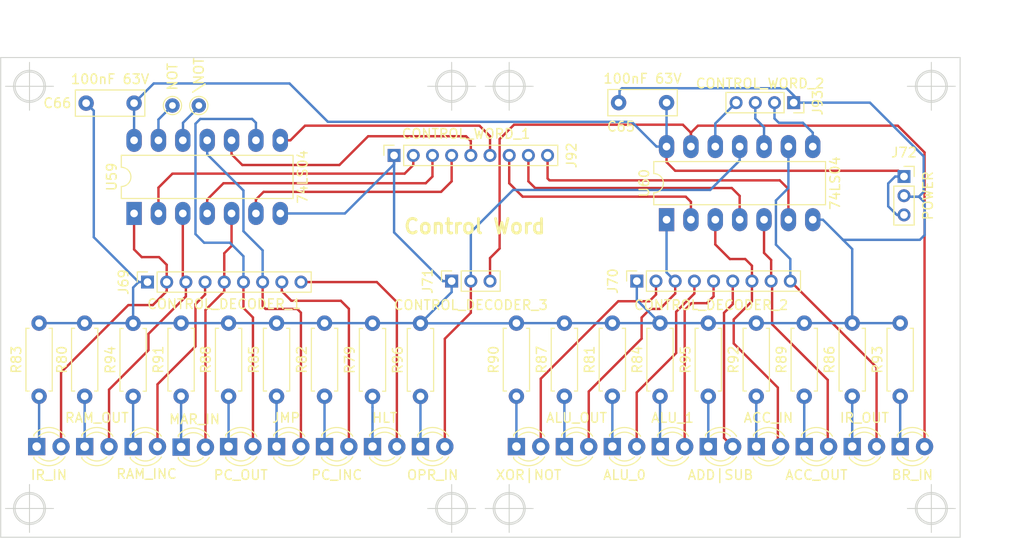
<source format=kicad_pcb>
(kicad_pcb (version 20171130) (host pcbnew 5.1.5+dfsg1-2build2)

  (general
    (thickness 1.6)
    (drawings 23)
    (tracks 277)
    (zones 0)
    (modules 48)
    (nets 52)
  )

  (page A4)
  (title_block
    (title "Control Word")
    (date 2021-02-22)
    (rev 2)
    (comment 1 "Tec. Henrique Silva")
  )

  (layers
    (0 F.Cu signal)
    (31 B.Cu signal)
    (32 B.Adhes user)
    (33 F.Adhes user)
    (34 B.Paste user)
    (35 F.Paste user)
    (36 B.SilkS user)
    (37 F.SilkS user)
    (38 B.Mask user)
    (39 F.Mask user)
    (40 Dwgs.User user)
    (41 Cmts.User user)
    (42 Eco1.User user)
    (43 Eco2.User user)
    (44 Edge.Cuts user)
    (45 Margin user)
    (46 B.CrtYd user)
    (47 F.CrtYd user)
    (48 B.Fab user)
    (49 F.Fab user)
  )

  (setup
    (last_trace_width 0.25)
    (trace_clearance 0.2)
    (zone_clearance 0.508)
    (zone_45_only no)
    (trace_min 0.2)
    (via_size 0.8)
    (via_drill 0.4)
    (via_min_size 0.4)
    (via_min_drill 0.3)
    (uvia_size 0.3)
    (uvia_drill 0.1)
    (uvias_allowed no)
    (uvia_min_size 0.2)
    (uvia_min_drill 0.1)
    (edge_width 0.1)
    (segment_width 0.2)
    (pcb_text_width 0.3)
    (pcb_text_size 1.5 1.5)
    (mod_edge_width 0.15)
    (mod_text_size 1 1)
    (mod_text_width 0.15)
    (pad_size 1.524 1.524)
    (pad_drill 0.762)
    (pad_to_mask_clearance 0)
    (aux_axis_origin 0 0)
    (visible_elements FFFFFF7F)
    (pcbplotparams
      (layerselection 0x010fc_ffffffff)
      (usegerberextensions false)
      (usegerberattributes false)
      (usegerberadvancedattributes false)
      (creategerberjobfile false)
      (excludeedgelayer true)
      (linewidth 0.100000)
      (plotframeref false)
      (viasonmask false)
      (mode 1)
      (useauxorigin false)
      (hpglpennumber 1)
      (hpglpenspeed 20)
      (hpglpendiameter 15.000000)
      (psnegative false)
      (psa4output false)
      (plotreference true)
      (plotvalue true)
      (plotinvisibletext false)
      (padsonsilk false)
      (subtractmaskfromsilk false)
      (outputformat 1)
      (mirror false)
      (drillshape 1)
      (scaleselection 1)
      (outputdirectory ""))
  )

  (net 0 "")
  (net 1 GND)
  (net 2 +5V)
  (net 3 HLT)
  (net 4 "Net-(D68-Pad1)")
  (net 5 RAM_OUT)
  (net 6 "Net-(D69-Pad1)")
  (net 7 ALU_0)
  (net 8 "Net-(D70-Pad1)")
  (net 9 PC_INC)
  (net 10 "Net-(D71-Pad1)")
  (net 11 IR_IN)
  (net 12 "Net-(D72-Pad1)")
  (net 13 ALU_1)
  (net 14 "Net-(D73-Pad1)")
  (net 15 JMP)
  (net 16 "Net-(D74-Pad1)")
  (net 17 IR_OUT)
  (net 18 "Net-(D75-Pad1)")
  (net 19 ALU_OUT)
  (net 20 "Net-(D76-Pad1)")
  (net 21 PC_OUT)
  (net 22 "Net-(D77-Pad1)")
  (net 23 ACC_OUT)
  (net 24 "Net-(D78-Pad1)")
  (net 25 XOR_NOT)
  (net 26 "Net-(D79-Pad1)")
  (net 27 MAR_IN)
  (net 28 "Net-(D80-Pad1)")
  (net 29 ACC_IN)
  (net 30 "Net-(D81-Pad1)")
  (net 31 BR_IN)
  (net 32 "Net-(D82-Pad1)")
  (net 33 RAM_IN)
  (net 34 "Net-(D83-Pad1)")
  (net 35 ADD|SUB)
  (net 36 "Net-(D84-Pad1)")
  (net 37 OPR_IN)
  (net 38 "Net-(D85-Pad1)")
  (net 39 \ACC_OUT)
  (net 40 \ACC_IN)
  (net 41 \ALU_OUT)
  (net 42 \PC_OUT)
  (net 43 \JMP)
  (net 44 \MAR_IN)
  (net 45 \RAM_OUT)
  (net 46 \IR_IN)
  (net 47 \BR_IN)
  (net 48 \OPR_IN)
  (net 49 \IR_OUT)
  (net 50 "Net-(TP54-Pad1)")
  (net 51 "Net-(TP55-Pad1)")

  (net_class Default "This is the default net class."
    (clearance 0.2)
    (trace_width 0.25)
    (via_dia 0.8)
    (via_drill 0.4)
    (uvia_dia 0.3)
    (uvia_drill 0.1)
    (add_net +5V)
    (add_net ACC_IN)
    (add_net ACC_OUT)
    (add_net ADD|SUB)
    (add_net ALU_0)
    (add_net ALU_1)
    (add_net ALU_OUT)
    (add_net BR_IN)
    (add_net GND)
    (add_net HLT)
    (add_net IR_IN)
    (add_net IR_OUT)
    (add_net JMP)
    (add_net MAR_IN)
    (add_net "Net-(D68-Pad1)")
    (add_net "Net-(D69-Pad1)")
    (add_net "Net-(D70-Pad1)")
    (add_net "Net-(D71-Pad1)")
    (add_net "Net-(D72-Pad1)")
    (add_net "Net-(D73-Pad1)")
    (add_net "Net-(D74-Pad1)")
    (add_net "Net-(D75-Pad1)")
    (add_net "Net-(D76-Pad1)")
    (add_net "Net-(D77-Pad1)")
    (add_net "Net-(D78-Pad1)")
    (add_net "Net-(D79-Pad1)")
    (add_net "Net-(D80-Pad1)")
    (add_net "Net-(D81-Pad1)")
    (add_net "Net-(D82-Pad1)")
    (add_net "Net-(D83-Pad1)")
    (add_net "Net-(D84-Pad1)")
    (add_net "Net-(D85-Pad1)")
    (add_net "Net-(TP54-Pad1)")
    (add_net "Net-(TP55-Pad1)")
    (add_net OPR_IN)
    (add_net PC_INC)
    (add_net PC_OUT)
    (add_net RAM_IN)
    (add_net RAM_OUT)
    (add_net XOR_NOT)
    (add_net \ACC_IN)
    (add_net \ACC_OUT)
    (add_net \ALU_OUT)
    (add_net \BR_IN)
    (add_net \IR_IN)
    (add_net \IR_OUT)
    (add_net \JMP)
    (add_net \MAR_IN)
    (add_net \OPR_IN)
    (add_net \PC_OUT)
    (add_net \RAM_OUT)
  )

  (module LED_THT:LED_D3.0mm_Clear (layer F.Cu) (tedit 5A6C9BC0) (tstamp 6027682B)
    (at 120.8 108.6)
    (descr "IR-LED, diameter 3.0mm, 2 pins, color: clear")
    (tags "IR infrared LED diameter 3.0mm 2 pins clear")
    (path /601A9D2F)
    (fp_text reference D80 (at 1.27 2.9) (layer F.Fab)
      (effects (font (size 1 1) (thickness 0.15)))
    )
    (fp_text value MAR_IN (at 1.4 -2.9) (layer F.SilkS)
      (effects (font (size 1 1) (thickness 0.15)))
    )
    (fp_arc (start 1.27 0) (end 0.229039 1.08) (angle -87.9) (layer F.SilkS) (width 0.12))
    (fp_arc (start 1.27 0) (end 0.229039 -1.08) (angle 87.9) (layer F.SilkS) (width 0.12))
    (fp_arc (start 1.27 0) (end -0.29 1.235516) (angle -108.8) (layer F.SilkS) (width 0.12))
    (fp_arc (start 1.27 0) (end -0.29 -1.235516) (angle 108.8) (layer F.SilkS) (width 0.12))
    (fp_arc (start 1.27 0) (end -0.23 -1.16619) (angle 284.3) (layer F.Fab) (width 0.1))
    (fp_circle (center 1.27 0) (end 2.77 0) (layer F.Fab) (width 0.1))
    (fp_line (start 3.7 -2.25) (end -1.15 -2.25) (layer F.CrtYd) (width 0.05))
    (fp_line (start 3.7 2.25) (end 3.7 -2.25) (layer F.CrtYd) (width 0.05))
    (fp_line (start -1.15 2.25) (end 3.7 2.25) (layer F.CrtYd) (width 0.05))
    (fp_line (start -1.15 -2.25) (end -1.15 2.25) (layer F.CrtYd) (width 0.05))
    (fp_line (start -0.29 1.08) (end -0.29 1.236) (layer F.SilkS) (width 0.12))
    (fp_line (start -0.29 -1.236) (end -0.29 -1.08) (layer F.SilkS) (width 0.12))
    (fp_line (start -0.23 -1.16619) (end -0.23 1.16619) (layer F.Fab) (width 0.1))
    (fp_text user %R (at 1.47 0) (layer F.Fab)
      (effects (font (size 0.8 0.8) (thickness 0.12)))
    )
    (pad 2 thru_hole circle (at 2.54 0) (size 1.8 1.8) (drill 0.9) (layers *.Cu *.Mask)
      (net 27 MAR_IN))
    (pad 1 thru_hole rect (at 0 0) (size 1.8 1.8) (drill 0.9) (layers *.Cu *.Mask)
      (net 28 "Net-(D80-Pad1)"))
    (model ${KISYS3DMOD}/LED_THT.3dshapes/LED_D3.0mm_Clear.wrl
      (at (xyz 0 0 0))
      (scale (xyz 1 1 1))
      (rotate (xyz 0 0 0))
    )
  )

  (module LED_THT:LED_D3.0mm_Clear (layer F.Cu) (tedit 5A6C9BC0) (tstamp 60128574)
    (at 130.75 108.55)
    (descr "IR-LED, diameter 3.0mm, 2 pins, color: clear")
    (tags "IR infrared LED diameter 3.0mm 2 pins clear")
    (path /601A4CCE)
    (fp_text reference D74 (at 1.25 2.95) (layer F.Fab)
      (effects (font (size 1 1) (thickness 0.15)))
    )
    (fp_text value JMP (at 1 -3) (layer F.SilkS)
      (effects (font (size 1 1) (thickness 0.15)))
    )
    (fp_arc (start 1.27 0) (end 0.229039 1.08) (angle -87.9) (layer F.SilkS) (width 0.12))
    (fp_arc (start 1.27 0) (end 0.229039 -1.08) (angle 87.9) (layer F.SilkS) (width 0.12))
    (fp_arc (start 1.27 0) (end -0.29 1.235516) (angle -108.8) (layer F.SilkS) (width 0.12))
    (fp_arc (start 1.27 0) (end -0.29 -1.235516) (angle 108.8) (layer F.SilkS) (width 0.12))
    (fp_arc (start 1.27 0) (end -0.23 -1.16619) (angle 284.3) (layer F.Fab) (width 0.1))
    (fp_circle (center 1.27 0) (end 2.77 0) (layer F.Fab) (width 0.1))
    (fp_line (start 3.7 -2.25) (end -1.15 -2.25) (layer F.CrtYd) (width 0.05))
    (fp_line (start 3.7 2.25) (end 3.7 -2.25) (layer F.CrtYd) (width 0.05))
    (fp_line (start -1.15 2.25) (end 3.7 2.25) (layer F.CrtYd) (width 0.05))
    (fp_line (start -1.15 -2.25) (end -1.15 2.25) (layer F.CrtYd) (width 0.05))
    (fp_line (start -0.29 1.08) (end -0.29 1.236) (layer F.SilkS) (width 0.12))
    (fp_line (start -0.29 -1.236) (end -0.29 -1.08) (layer F.SilkS) (width 0.12))
    (fp_line (start -0.23 -1.16619) (end -0.23 1.16619) (layer F.Fab) (width 0.1))
    (fp_text user %R (at 1.47 0) (layer F.Fab)
      (effects (font (size 0.8 0.8) (thickness 0.12)))
    )
    (pad 2 thru_hole circle (at 2.54 0) (size 1.8 1.8) (drill 0.9) (layers *.Cu *.Mask)
      (net 15 JMP))
    (pad 1 thru_hole rect (at 0 0) (size 1.8 1.8) (drill 0.9) (layers *.Cu *.Mask)
      (net 16 "Net-(D74-Pad1)"))
    (model ${KISYS3DMOD}/LED_THT.3dshapes/LED_D3.0mm_Clear.wrl
      (at (xyz 0 0 0))
      (scale (xyz 1 1 1))
      (rotate (xyz 0 0 0))
    )
  )

  (module LED_THT:LED_D3.0mm_Clear (layer F.Cu) (tedit 5A6C9BC0) (tstamp 6012853B)
    (at 115.8 108.55)
    (descr "IR-LED, diameter 3.0mm, 2 pins, color: clear")
    (tags "IR infrared LED diameter 3.0mm 2 pins clear")
    (path /601A9D45)
    (fp_text reference D83 (at 1.4 -2.95) (layer F.Fab)
      (effects (font (size 1 1) (thickness 0.15)))
    )
    (fp_text value RAM_INC (at 1.4 2.85) (layer F.SilkS)
      (effects (font (size 1 1) (thickness 0.15)))
    )
    (fp_arc (start 1.27 0) (end 0.229039 1.08) (angle -87.9) (layer F.SilkS) (width 0.12))
    (fp_arc (start 1.27 0) (end 0.229039 -1.08) (angle 87.9) (layer F.SilkS) (width 0.12))
    (fp_arc (start 1.27 0) (end -0.29 1.235516) (angle -108.8) (layer F.SilkS) (width 0.12))
    (fp_arc (start 1.27 0) (end -0.29 -1.235516) (angle 108.8) (layer F.SilkS) (width 0.12))
    (fp_arc (start 1.27 0) (end -0.23 -1.16619) (angle 284.3) (layer F.Fab) (width 0.1))
    (fp_circle (center 1.27 0) (end 2.77 0) (layer F.Fab) (width 0.1))
    (fp_line (start 3.7 -2.25) (end -1.15 -2.25) (layer F.CrtYd) (width 0.05))
    (fp_line (start 3.7 2.25) (end 3.7 -2.25) (layer F.CrtYd) (width 0.05))
    (fp_line (start -1.15 2.25) (end 3.7 2.25) (layer F.CrtYd) (width 0.05))
    (fp_line (start -1.15 -2.25) (end -1.15 2.25) (layer F.CrtYd) (width 0.05))
    (fp_line (start -0.29 1.08) (end -0.29 1.236) (layer F.SilkS) (width 0.12))
    (fp_line (start -0.29 -1.236) (end -0.29 -1.08) (layer F.SilkS) (width 0.12))
    (fp_line (start -0.23 -1.16619) (end -0.23 1.16619) (layer F.Fab) (width 0.1))
    (fp_text user %R (at 1.47 0) (layer F.Fab)
      (effects (font (size 0.8 0.8) (thickness 0.12)))
    )
    (pad 2 thru_hole circle (at 2.54 0) (size 1.8 1.8) (drill 0.9) (layers *.Cu *.Mask)
      (net 33 RAM_IN))
    (pad 1 thru_hole rect (at 0 0) (size 1.8 1.8) (drill 0.9) (layers *.Cu *.Mask)
      (net 34 "Net-(D83-Pad1)"))
    (model ${KISYS3DMOD}/LED_THT.3dshapes/LED_D3.0mm_Clear.wrl
      (at (xyz 0 0 0))
      (scale (xyz 1 1 1))
      (rotate (xyz 0 0 0))
    )
  )

  (module LED_THT:LED_D3.0mm_Clear (layer F.Cu) (tedit 5A6C9BC0) (tstamp 60128502)
    (at 135.75 108.55)
    (descr "IR-LED, diameter 3.0mm, 2 pins, color: clear")
    (tags "IR infrared LED diameter 3.0mm 2 pins clear")
    (path /601A133A)
    (fp_text reference D71 (at 1.27 -2.96) (layer F.Fab)
      (effects (font (size 1 1) (thickness 0.15)))
    )
    (fp_text value PC_INC (at 1.27 2.96) (layer F.SilkS)
      (effects (font (size 1 1) (thickness 0.15)))
    )
    (fp_arc (start 1.27 0) (end 0.229039 1.08) (angle -87.9) (layer F.SilkS) (width 0.12))
    (fp_arc (start 1.27 0) (end 0.229039 -1.08) (angle 87.9) (layer F.SilkS) (width 0.12))
    (fp_arc (start 1.27 0) (end -0.29 1.235516) (angle -108.8) (layer F.SilkS) (width 0.12))
    (fp_arc (start 1.27 0) (end -0.29 -1.235516) (angle 108.8) (layer F.SilkS) (width 0.12))
    (fp_arc (start 1.27 0) (end -0.23 -1.16619) (angle 284.3) (layer F.Fab) (width 0.1))
    (fp_circle (center 1.27 0) (end 2.77 0) (layer F.Fab) (width 0.1))
    (fp_line (start 3.7 -2.25) (end -1.15 -2.25) (layer F.CrtYd) (width 0.05))
    (fp_line (start 3.7 2.25) (end 3.7 -2.25) (layer F.CrtYd) (width 0.05))
    (fp_line (start -1.15 2.25) (end 3.7 2.25) (layer F.CrtYd) (width 0.05))
    (fp_line (start -1.15 -2.25) (end -1.15 2.25) (layer F.CrtYd) (width 0.05))
    (fp_line (start -0.29 1.08) (end -0.29 1.236) (layer F.SilkS) (width 0.12))
    (fp_line (start -0.29 -1.236) (end -0.29 -1.08) (layer F.SilkS) (width 0.12))
    (fp_line (start -0.23 -1.16619) (end -0.23 1.16619) (layer F.Fab) (width 0.1))
    (fp_text user %R (at 1.47 0) (layer F.Fab)
      (effects (font (size 0.8 0.8) (thickness 0.12)))
    )
    (pad 2 thru_hole circle (at 2.54 0) (size 1.8 1.8) (drill 0.9) (layers *.Cu *.Mask)
      (net 9 PC_INC))
    (pad 1 thru_hole rect (at 0 0) (size 1.8 1.8) (drill 0.9) (layers *.Cu *.Mask)
      (net 10 "Net-(D71-Pad1)"))
    (model ${KISYS3DMOD}/LED_THT.3dshapes/LED_D3.0mm_Clear.wrl
      (at (xyz 0 0 0))
      (scale (xyz 1 1 1))
      (rotate (xyz 0 0 0))
    )
  )

  (module LED_THT:LED_D3.0mm_Clear (layer F.Cu) (tedit 5A6C9BC0) (tstamp 601284C9)
    (at 175.75 108.55)
    (descr "IR-LED, diameter 3.0mm, 2 pins, color: clear")
    (tags "IR infrared LED diameter 3.0mm 2 pins clear")
    (path /60249812)
    (fp_text reference D84 (at 1.27 -2.96) (layer F.Fab)
      (effects (font (size 1 1) (thickness 0.15)))
    )
    (fp_text value ADD|SUB (at 1.27 2.96) (layer F.SilkS)
      (effects (font (size 1 1) (thickness 0.15)))
    )
    (fp_arc (start 1.27 0) (end 0.229039 1.08) (angle -87.9) (layer F.SilkS) (width 0.12))
    (fp_arc (start 1.27 0) (end 0.229039 -1.08) (angle 87.9) (layer F.SilkS) (width 0.12))
    (fp_arc (start 1.27 0) (end -0.29 1.235516) (angle -108.8) (layer F.SilkS) (width 0.12))
    (fp_arc (start 1.27 0) (end -0.29 -1.235516) (angle 108.8) (layer F.SilkS) (width 0.12))
    (fp_arc (start 1.27 0) (end -0.23 -1.16619) (angle 284.3) (layer F.Fab) (width 0.1))
    (fp_circle (center 1.27 0) (end 2.77 0) (layer F.Fab) (width 0.1))
    (fp_line (start 3.7 -2.25) (end -1.15 -2.25) (layer F.CrtYd) (width 0.05))
    (fp_line (start 3.7 2.25) (end 3.7 -2.25) (layer F.CrtYd) (width 0.05))
    (fp_line (start -1.15 2.25) (end 3.7 2.25) (layer F.CrtYd) (width 0.05))
    (fp_line (start -1.15 -2.25) (end -1.15 2.25) (layer F.CrtYd) (width 0.05))
    (fp_line (start -0.29 1.08) (end -0.29 1.236) (layer F.SilkS) (width 0.12))
    (fp_line (start -0.29 -1.236) (end -0.29 -1.08) (layer F.SilkS) (width 0.12))
    (fp_line (start -0.23 -1.16619) (end -0.23 1.16619) (layer F.Fab) (width 0.1))
    (fp_text user %R (at 1.47 0) (layer F.Fab)
      (effects (font (size 0.8 0.8) (thickness 0.12)))
    )
    (pad 2 thru_hole circle (at 2.54 0) (size 1.8 1.8) (drill 0.9) (layers *.Cu *.Mask)
      (net 35 ADD|SUB))
    (pad 1 thru_hole rect (at 0 0) (size 1.8 1.8) (drill 0.9) (layers *.Cu *.Mask)
      (net 36 "Net-(D84-Pad1)"))
    (model ${KISYS3DMOD}/LED_THT.3dshapes/LED_D3.0mm_Clear.wrl
      (at (xyz 0 0 0))
      (scale (xyz 1 1 1))
      (rotate (xyz 0 0 0))
    )
  )

  (module LED_THT:LED_D3.0mm_Clear (layer F.Cu) (tedit 5A6C9BC0) (tstamp 60128490)
    (at 145.75 108.55)
    (descr "IR-LED, diameter 3.0mm, 2 pins, color: clear")
    (tags "IR infrared LED diameter 3.0mm 2 pins clear")
    (path /6024986A)
    (fp_text reference D85 (at 1.27 -2.96) (layer F.Fab)
      (effects (font (size 1 1) (thickness 0.15)))
    )
    (fp_text value OPR_IN (at 1.27 2.96) (layer F.SilkS)
      (effects (font (size 1 1) (thickness 0.15)))
    )
    (fp_arc (start 1.27 0) (end 0.229039 1.08) (angle -87.9) (layer F.SilkS) (width 0.12))
    (fp_arc (start 1.27 0) (end 0.229039 -1.08) (angle 87.9) (layer F.SilkS) (width 0.12))
    (fp_arc (start 1.27 0) (end -0.29 1.235516) (angle -108.8) (layer F.SilkS) (width 0.12))
    (fp_arc (start 1.27 0) (end -0.29 -1.235516) (angle 108.8) (layer F.SilkS) (width 0.12))
    (fp_arc (start 1.27 0) (end -0.23 -1.16619) (angle 284.3) (layer F.Fab) (width 0.1))
    (fp_circle (center 1.27 0) (end 2.77 0) (layer F.Fab) (width 0.1))
    (fp_line (start 3.7 -2.25) (end -1.15 -2.25) (layer F.CrtYd) (width 0.05))
    (fp_line (start 3.7 2.25) (end 3.7 -2.25) (layer F.CrtYd) (width 0.05))
    (fp_line (start -1.15 2.25) (end 3.7 2.25) (layer F.CrtYd) (width 0.05))
    (fp_line (start -1.15 -2.25) (end -1.15 2.25) (layer F.CrtYd) (width 0.05))
    (fp_line (start -0.29 1.08) (end -0.29 1.236) (layer F.SilkS) (width 0.12))
    (fp_line (start -0.29 -1.236) (end -0.29 -1.08) (layer F.SilkS) (width 0.12))
    (fp_line (start -0.23 -1.16619) (end -0.23 1.16619) (layer F.Fab) (width 0.1))
    (fp_text user %R (at 1.47 0) (layer F.Fab)
      (effects (font (size 0.8 0.8) (thickness 0.12)))
    )
    (pad 2 thru_hole circle (at 2.54 0) (size 1.8 1.8) (drill 0.9) (layers *.Cu *.Mask)
      (net 37 OPR_IN))
    (pad 1 thru_hole rect (at 0 0) (size 1.8 1.8) (drill 0.9) (layers *.Cu *.Mask)
      (net 38 "Net-(D85-Pad1)"))
    (model ${KISYS3DMOD}/LED_THT.3dshapes/LED_D3.0mm_Clear.wrl
      (at (xyz 0 0 0))
      (scale (xyz 1 1 1))
      (rotate (xyz 0 0 0))
    )
  )

  (module Resistor_THT:R_Axial_DIN0207_L6.3mm_D2.5mm_P7.62mm_Horizontal (layer F.Cu) (tedit 5AE5139B) (tstamp 601231DB)
    (at 180.75 103.3 90)
    (descr "Resistor, Axial_DIN0207 series, Axial, Horizontal, pin pitch=7.62mm, 0.25W = 1/4W, length*diameter=6.3*2.5mm^2, http://cdn-reichelt.de/documents/datenblatt/B400/1_4W%23YAG.pdf")
    (tags "Resistor Axial_DIN0207 series Axial Horizontal pin pitch 7.62mm 0.25W = 1/4W length 6.3mm diameter 2.5mm")
    (path /60249822)
    (fp_text reference R92 (at 3.81 -2.37 90) (layer F.SilkS)
      (effects (font (size 1 1) (thickness 0.15)))
    )
    (fp_text value 3K (at 6.7 2.37 90) (layer F.Fab)
      (effects (font (size 1 1) (thickness 0.15)))
    )
    (fp_text user %R (at 3.81 0 90) (layer F.Fab)
      (effects (font (size 1 1) (thickness 0.15)))
    )
    (fp_line (start 8.67 -1.5) (end -1.05 -1.5) (layer F.CrtYd) (width 0.05))
    (fp_line (start 8.67 1.5) (end 8.67 -1.5) (layer F.CrtYd) (width 0.05))
    (fp_line (start -1.05 1.5) (end 8.67 1.5) (layer F.CrtYd) (width 0.05))
    (fp_line (start -1.05 -1.5) (end -1.05 1.5) (layer F.CrtYd) (width 0.05))
    (fp_line (start 7.08 1.37) (end 7.08 1.04) (layer F.SilkS) (width 0.12))
    (fp_line (start 0.54 1.37) (end 7.08 1.37) (layer F.SilkS) (width 0.12))
    (fp_line (start 0.54 1.04) (end 0.54 1.37) (layer F.SilkS) (width 0.12))
    (fp_line (start 7.08 -1.37) (end 7.08 -1.04) (layer F.SilkS) (width 0.12))
    (fp_line (start 0.54 -1.37) (end 7.08 -1.37) (layer F.SilkS) (width 0.12))
    (fp_line (start 0.54 -1.04) (end 0.54 -1.37) (layer F.SilkS) (width 0.12))
    (fp_line (start 7.62 0) (end 6.96 0) (layer F.Fab) (width 0.1))
    (fp_line (start 0 0) (end 0.66 0) (layer F.Fab) (width 0.1))
    (fp_line (start 6.96 -1.25) (end 0.66 -1.25) (layer F.Fab) (width 0.1))
    (fp_line (start 6.96 1.25) (end 6.96 -1.25) (layer F.Fab) (width 0.1))
    (fp_line (start 0.66 1.25) (end 6.96 1.25) (layer F.Fab) (width 0.1))
    (fp_line (start 0.66 -1.25) (end 0.66 1.25) (layer F.Fab) (width 0.1))
    (pad 2 thru_hole oval (at 7.62 0 90) (size 1.6 1.6) (drill 0.8) (layers *.Cu *.Mask)
      (net 1 GND))
    (pad 1 thru_hole circle (at 0 0 90) (size 1.6 1.6) (drill 0.8) (layers *.Cu *.Mask)
      (net 30 "Net-(D81-Pad1)"))
    (model ${KISYS3DMOD}/Resistor_THT.3dshapes/R_Axial_DIN0207_L6.3mm_D2.5mm_P7.62mm_Horizontal.wrl
      (at (xyz 0 0 0))
      (scale (xyz 1 1 1))
      (rotate (xyz 0 0 0))
    )
  )

  (module Resistor_THT:R_Axial_DIN0207_L6.3mm_D2.5mm_P7.62mm_Horizontal (layer F.Cu) (tedit 5AE5139B) (tstamp 601231F2)
    (at 195.75 103.3 90)
    (descr "Resistor, Axial_DIN0207 series, Axial, Horizontal, pin pitch=7.62mm, 0.25W = 1/4W, length*diameter=6.3*2.5mm^2, http://cdn-reichelt.de/documents/datenblatt/B400/1_4W%23YAG.pdf")
    (tags "Resistor Axial_DIN0207 series Axial Horizontal pin pitch 7.62mm 0.25W = 1/4W length 6.3mm diameter 2.5mm")
    (path /6024987A)
    (fp_text reference R93 (at 3.81 -2.37 90) (layer F.SilkS)
      (effects (font (size 1 1) (thickness 0.15)))
    )
    (fp_text value 3K (at 6.7 2.45 90) (layer F.Fab)
      (effects (font (size 1 1) (thickness 0.15)))
    )
    (fp_text user %R (at 3.81 0 90) (layer F.Fab)
      (effects (font (size 1 1) (thickness 0.15)))
    )
    (fp_line (start 8.67 -1.5) (end -1.05 -1.5) (layer F.CrtYd) (width 0.05))
    (fp_line (start 8.67 1.5) (end 8.67 -1.5) (layer F.CrtYd) (width 0.05))
    (fp_line (start -1.05 1.5) (end 8.67 1.5) (layer F.CrtYd) (width 0.05))
    (fp_line (start -1.05 -1.5) (end -1.05 1.5) (layer F.CrtYd) (width 0.05))
    (fp_line (start 7.08 1.37) (end 7.08 1.04) (layer F.SilkS) (width 0.12))
    (fp_line (start 0.54 1.37) (end 7.08 1.37) (layer F.SilkS) (width 0.12))
    (fp_line (start 0.54 1.04) (end 0.54 1.37) (layer F.SilkS) (width 0.12))
    (fp_line (start 7.08 -1.37) (end 7.08 -1.04) (layer F.SilkS) (width 0.12))
    (fp_line (start 0.54 -1.37) (end 7.08 -1.37) (layer F.SilkS) (width 0.12))
    (fp_line (start 0.54 -1.04) (end 0.54 -1.37) (layer F.SilkS) (width 0.12))
    (fp_line (start 7.62 0) (end 6.96 0) (layer F.Fab) (width 0.1))
    (fp_line (start 0 0) (end 0.66 0) (layer F.Fab) (width 0.1))
    (fp_line (start 6.96 -1.25) (end 0.66 -1.25) (layer F.Fab) (width 0.1))
    (fp_line (start 6.96 1.25) (end 6.96 -1.25) (layer F.Fab) (width 0.1))
    (fp_line (start 0.66 1.25) (end 6.96 1.25) (layer F.Fab) (width 0.1))
    (fp_line (start 0.66 -1.25) (end 0.66 1.25) (layer F.Fab) (width 0.1))
    (pad 2 thru_hole oval (at 7.62 0 90) (size 1.6 1.6) (drill 0.8) (layers *.Cu *.Mask)
      (net 1 GND))
    (pad 1 thru_hole circle (at 0 0 90) (size 1.6 1.6) (drill 0.8) (layers *.Cu *.Mask)
      (net 32 "Net-(D82-Pad1)"))
    (model ${KISYS3DMOD}/Resistor_THT.3dshapes/R_Axial_DIN0207_L6.3mm_D2.5mm_P7.62mm_Horizontal.wrl
      (at (xyz 0 0 0))
      (scale (xyz 1 1 1))
      (rotate (xyz 0 0 0))
    )
  )

  (module Resistor_THT:R_Axial_DIN0207_L6.3mm_D2.5mm_P7.62mm_Horizontal (layer F.Cu) (tedit 5AE5139B) (tstamp 60123209)
    (at 115.8 103.32 90)
    (descr "Resistor, Axial_DIN0207 series, Axial, Horizontal, pin pitch=7.62mm, 0.25W = 1/4W, length*diameter=6.3*2.5mm^2, http://cdn-reichelt.de/documents/datenblatt/B400/1_4W%23YAG.pdf")
    (tags "Resistor Axial_DIN0207 series Axial Horizontal pin pitch 7.62mm 0.25W = 1/4W length 6.3mm diameter 2.5mm")
    (path /601A9D4B)
    (fp_text reference R94 (at 3.81 -2.37 90) (layer F.SilkS)
      (effects (font (size 1 1) (thickness 0.15)))
    )
    (fp_text value 3K (at 7 2.55 90) (layer F.Fab)
      (effects (font (size 1 1) (thickness 0.15)))
    )
    (fp_text user %R (at 3.81 0 90) (layer F.Fab)
      (effects (font (size 1 1) (thickness 0.15)))
    )
    (fp_line (start 8.67 -1.5) (end -1.05 -1.5) (layer F.CrtYd) (width 0.05))
    (fp_line (start 8.67 1.5) (end 8.67 -1.5) (layer F.CrtYd) (width 0.05))
    (fp_line (start -1.05 1.5) (end 8.67 1.5) (layer F.CrtYd) (width 0.05))
    (fp_line (start -1.05 -1.5) (end -1.05 1.5) (layer F.CrtYd) (width 0.05))
    (fp_line (start 7.08 1.37) (end 7.08 1.04) (layer F.SilkS) (width 0.12))
    (fp_line (start 0.54 1.37) (end 7.08 1.37) (layer F.SilkS) (width 0.12))
    (fp_line (start 0.54 1.04) (end 0.54 1.37) (layer F.SilkS) (width 0.12))
    (fp_line (start 7.08 -1.37) (end 7.08 -1.04) (layer F.SilkS) (width 0.12))
    (fp_line (start 0.54 -1.37) (end 7.08 -1.37) (layer F.SilkS) (width 0.12))
    (fp_line (start 0.54 -1.04) (end 0.54 -1.37) (layer F.SilkS) (width 0.12))
    (fp_line (start 7.62 0) (end 6.96 0) (layer F.Fab) (width 0.1))
    (fp_line (start 0 0) (end 0.66 0) (layer F.Fab) (width 0.1))
    (fp_line (start 6.96 -1.25) (end 0.66 -1.25) (layer F.Fab) (width 0.1))
    (fp_line (start 6.96 1.25) (end 6.96 -1.25) (layer F.Fab) (width 0.1))
    (fp_line (start 0.66 1.25) (end 6.96 1.25) (layer F.Fab) (width 0.1))
    (fp_line (start 0.66 -1.25) (end 0.66 1.25) (layer F.Fab) (width 0.1))
    (pad 2 thru_hole oval (at 7.62 0 90) (size 1.6 1.6) (drill 0.8) (layers *.Cu *.Mask)
      (net 1 GND))
    (pad 1 thru_hole circle (at 0 0 90) (size 1.6 1.6) (drill 0.8) (layers *.Cu *.Mask)
      (net 34 "Net-(D83-Pad1)"))
    (model ${KISYS3DMOD}/Resistor_THT.3dshapes/R_Axial_DIN0207_L6.3mm_D2.5mm_P7.62mm_Horizontal.wrl
      (at (xyz 0 0 0))
      (scale (xyz 1 1 1))
      (rotate (xyz 0 0 0))
    )
  )

  (module LED_THT:LED_D3.0mm_Clear (layer F.Cu) (tedit 5A6C9BC0) (tstamp 60128457)
    (at 165.75 108.55)
    (descr "IR-LED, diameter 3.0mm, 2 pins, color: clear")
    (tags "IR infrared LED diameter 3.0mm 2 pins clear")
    (path /602498C2)
    (fp_text reference D70 (at 1.27 -2.96) (layer F.Fab)
      (effects (font (size 1 1) (thickness 0.15)))
    )
    (fp_text value ALU_0 (at 1.27 2.96) (layer F.SilkS)
      (effects (font (size 1 1) (thickness 0.15)))
    )
    (fp_arc (start 1.27 0) (end 0.229039 1.08) (angle -87.9) (layer F.SilkS) (width 0.12))
    (fp_arc (start 1.27 0) (end 0.229039 -1.08) (angle 87.9) (layer F.SilkS) (width 0.12))
    (fp_arc (start 1.27 0) (end -0.29 1.235516) (angle -108.8) (layer F.SilkS) (width 0.12))
    (fp_arc (start 1.27 0) (end -0.29 -1.235516) (angle 108.8) (layer F.SilkS) (width 0.12))
    (fp_arc (start 1.27 0) (end -0.23 -1.16619) (angle 284.3) (layer F.Fab) (width 0.1))
    (fp_circle (center 1.27 0) (end 2.77 0) (layer F.Fab) (width 0.1))
    (fp_line (start 3.7 -2.25) (end -1.15 -2.25) (layer F.CrtYd) (width 0.05))
    (fp_line (start 3.7 2.25) (end 3.7 -2.25) (layer F.CrtYd) (width 0.05))
    (fp_line (start -1.15 2.25) (end 3.7 2.25) (layer F.CrtYd) (width 0.05))
    (fp_line (start -1.15 -2.25) (end -1.15 2.25) (layer F.CrtYd) (width 0.05))
    (fp_line (start -0.29 1.08) (end -0.29 1.236) (layer F.SilkS) (width 0.12))
    (fp_line (start -0.29 -1.236) (end -0.29 -1.08) (layer F.SilkS) (width 0.12))
    (fp_line (start -0.23 -1.16619) (end -0.23 1.16619) (layer F.Fab) (width 0.1))
    (fp_text user %R (at 1.47 0) (layer F.Fab)
      (effects (font (size 0.8 0.8) (thickness 0.12)))
    )
    (pad 2 thru_hole circle (at 2.54 0) (size 1.8 1.8) (drill 0.9) (layers *.Cu *.Mask)
      (net 7 ALU_0))
    (pad 1 thru_hole rect (at 0 0) (size 1.8 1.8) (drill 0.9) (layers *.Cu *.Mask)
      (net 8 "Net-(D70-Pad1)"))
    (model ${KISYS3DMOD}/LED_THT.3dshapes/LED_D3.0mm_Clear.wrl
      (at (xyz 0 0 0))
      (scale (xyz 1 1 1))
      (rotate (xyz 0 0 0))
    )
  )

  (module LED_THT:LED_D3.0mm_Clear (layer F.Cu) (tedit 5A6C9BC0) (tstamp 6012841E)
    (at 140.75 108.55)
    (descr "IR-LED, diameter 3.0mm, 2 pins, color: clear")
    (tags "IR infrared LED diameter 3.0mm 2 pins clear")
    (path /6017685C)
    (fp_text reference D68 (at 1.27 2.95) (layer F.Fab)
      (effects (font (size 1 1) (thickness 0.15)))
    )
    (fp_text value HLT (at 1.27 -3) (layer F.SilkS)
      (effects (font (size 1 1) (thickness 0.15)))
    )
    (fp_arc (start 1.27 0) (end 0.229039 1.08) (angle -87.9) (layer F.SilkS) (width 0.12))
    (fp_arc (start 1.27 0) (end 0.229039 -1.08) (angle 87.9) (layer F.SilkS) (width 0.12))
    (fp_arc (start 1.27 0) (end -0.29 1.235516) (angle -108.8) (layer F.SilkS) (width 0.12))
    (fp_arc (start 1.27 0) (end -0.29 -1.235516) (angle 108.8) (layer F.SilkS) (width 0.12))
    (fp_arc (start 1.27 0) (end -0.23 -1.16619) (angle 284.3) (layer F.Fab) (width 0.1))
    (fp_circle (center 1.27 0) (end 2.77 0) (layer F.Fab) (width 0.1))
    (fp_line (start 3.7 -2.25) (end -1.15 -2.25) (layer F.CrtYd) (width 0.05))
    (fp_line (start 3.7 2.25) (end 3.7 -2.25) (layer F.CrtYd) (width 0.05))
    (fp_line (start -1.15 2.25) (end 3.7 2.25) (layer F.CrtYd) (width 0.05))
    (fp_line (start -1.15 -2.25) (end -1.15 2.25) (layer F.CrtYd) (width 0.05))
    (fp_line (start -0.29 1.08) (end -0.29 1.236) (layer F.SilkS) (width 0.12))
    (fp_line (start -0.29 -1.236) (end -0.29 -1.08) (layer F.SilkS) (width 0.12))
    (fp_line (start -0.23 -1.16619) (end -0.23 1.16619) (layer F.Fab) (width 0.1))
    (fp_text user %R (at 1.47 0) (layer F.Fab)
      (effects (font (size 0.8 0.8) (thickness 0.12)))
    )
    (pad 2 thru_hole circle (at 2.54 0) (size 1.8 1.8) (drill 0.9) (layers *.Cu *.Mask)
      (net 3 HLT))
    (pad 1 thru_hole rect (at 0 0) (size 1.8 1.8) (drill 0.9) (layers *.Cu *.Mask)
      (net 4 "Net-(D68-Pad1)"))
    (model ${KISYS3DMOD}/LED_THT.3dshapes/LED_D3.0mm_Clear.wrl
      (at (xyz 0 0 0))
      (scale (xyz 1 1 1))
      (rotate (xyz 0 0 0))
    )
  )

  (module LED_THT:LED_D3.0mm_Clear (layer F.Cu) (tedit 5A6C9BC0) (tstamp 601283E5)
    (at 110.75 108.55)
    (descr "IR-LED, diameter 3.0mm, 2 pins, color: clear")
    (tags "IR infrared LED diameter 3.0mm 2 pins clear")
    (path /601A9D5B)
    (fp_text reference D69 (at 1.25 3.15) (layer F.Fab)
      (effects (font (size 1 1) (thickness 0.15)))
    )
    (fp_text value RAM_OUT (at 1.27 -3) (layer F.SilkS)
      (effects (font (size 1 1) (thickness 0.15)))
    )
    (fp_arc (start 1.27 0) (end 0.229039 1.08) (angle -87.9) (layer F.SilkS) (width 0.12))
    (fp_arc (start 1.27 0) (end 0.229039 -1.08) (angle 87.9) (layer F.SilkS) (width 0.12))
    (fp_arc (start 1.27 0) (end -0.29 1.235516) (angle -108.8) (layer F.SilkS) (width 0.12))
    (fp_arc (start 1.27 0) (end -0.29 -1.235516) (angle 108.8) (layer F.SilkS) (width 0.12))
    (fp_arc (start 1.27 0) (end -0.23 -1.16619) (angle 284.3) (layer F.Fab) (width 0.1))
    (fp_circle (center 1.27 0) (end 2.77 0) (layer F.Fab) (width 0.1))
    (fp_line (start 3.7 -2.25) (end -1.15 -2.25) (layer F.CrtYd) (width 0.05))
    (fp_line (start 3.7 2.25) (end 3.7 -2.25) (layer F.CrtYd) (width 0.05))
    (fp_line (start -1.15 2.25) (end 3.7 2.25) (layer F.CrtYd) (width 0.05))
    (fp_line (start -1.15 -2.25) (end -1.15 2.25) (layer F.CrtYd) (width 0.05))
    (fp_line (start -0.29 1.08) (end -0.29 1.236) (layer F.SilkS) (width 0.12))
    (fp_line (start -0.29 -1.236) (end -0.29 -1.08) (layer F.SilkS) (width 0.12))
    (fp_line (start -0.23 -1.16619) (end -0.23 1.16619) (layer F.Fab) (width 0.1))
    (fp_text user %R (at 1.47 0) (layer F.Fab)
      (effects (font (size 0.8 0.8) (thickness 0.12)))
    )
    (pad 2 thru_hole circle (at 2.54 0) (size 1.8 1.8) (drill 0.9) (layers *.Cu *.Mask)
      (net 5 RAM_OUT))
    (pad 1 thru_hole rect (at 0 0) (size 1.8 1.8) (drill 0.9) (layers *.Cu *.Mask)
      (net 6 "Net-(D69-Pad1)"))
    (model ${KISYS3DMOD}/LED_THT.3dshapes/LED_D3.0mm_Clear.wrl
      (at (xyz 0 0 0))
      (scale (xyz 1 1 1))
      (rotate (xyz 0 0 0))
    )
  )

  (module Resistor_THT:R_Axial_DIN0207_L6.3mm_D2.5mm_P7.62mm_Horizontal (layer F.Cu) (tedit 5AE5139B) (tstamp 601230DE)
    (at 165.75 103.3 90)
    (descr "Resistor, Axial_DIN0207 series, Axial, Horizontal, pin pitch=7.62mm, 0.25W = 1/4W, length*diameter=6.3*2.5mm^2, http://cdn-reichelt.de/documents/datenblatt/B400/1_4W%23YAG.pdf")
    (tags "Resistor Axial_DIN0207 series Axial Horizontal pin pitch 7.62mm 0.25W = 1/4W length 6.3mm diameter 2.5mm")
    (path /602498BC)
    (fp_text reference R81 (at 3.81 -2.37 90) (layer F.SilkS)
      (effects (font (size 1 1) (thickness 0.15)))
    )
    (fp_text value 3K (at 6.7 2.55 90) (layer F.Fab)
      (effects (font (size 1 1) (thickness 0.15)))
    )
    (fp_text user %R (at 3.81 0 90) (layer F.Fab)
      (effects (font (size 1 1) (thickness 0.15)))
    )
    (fp_line (start 8.67 -1.5) (end -1.05 -1.5) (layer F.CrtYd) (width 0.05))
    (fp_line (start 8.67 1.5) (end 8.67 -1.5) (layer F.CrtYd) (width 0.05))
    (fp_line (start -1.05 1.5) (end 8.67 1.5) (layer F.CrtYd) (width 0.05))
    (fp_line (start -1.05 -1.5) (end -1.05 1.5) (layer F.CrtYd) (width 0.05))
    (fp_line (start 7.08 1.37) (end 7.08 1.04) (layer F.SilkS) (width 0.12))
    (fp_line (start 0.54 1.37) (end 7.08 1.37) (layer F.SilkS) (width 0.12))
    (fp_line (start 0.54 1.04) (end 0.54 1.37) (layer F.SilkS) (width 0.12))
    (fp_line (start 7.08 -1.37) (end 7.08 -1.04) (layer F.SilkS) (width 0.12))
    (fp_line (start 0.54 -1.37) (end 7.08 -1.37) (layer F.SilkS) (width 0.12))
    (fp_line (start 0.54 -1.04) (end 0.54 -1.37) (layer F.SilkS) (width 0.12))
    (fp_line (start 7.62 0) (end 6.96 0) (layer F.Fab) (width 0.1))
    (fp_line (start 0 0) (end 0.66 0) (layer F.Fab) (width 0.1))
    (fp_line (start 6.96 -1.25) (end 0.66 -1.25) (layer F.Fab) (width 0.1))
    (fp_line (start 6.96 1.25) (end 6.96 -1.25) (layer F.Fab) (width 0.1))
    (fp_line (start 0.66 1.25) (end 6.96 1.25) (layer F.Fab) (width 0.1))
    (fp_line (start 0.66 -1.25) (end 0.66 1.25) (layer F.Fab) (width 0.1))
    (pad 2 thru_hole oval (at 7.62 0 90) (size 1.6 1.6) (drill 0.8) (layers *.Cu *.Mask)
      (net 1 GND))
    (pad 1 thru_hole circle (at 0 0 90) (size 1.6 1.6) (drill 0.8) (layers *.Cu *.Mask)
      (net 8 "Net-(D70-Pad1)"))
    (model ${KISYS3DMOD}/Resistor_THT.3dshapes/R_Axial_DIN0207_L6.3mm_D2.5mm_P7.62mm_Horizontal.wrl
      (at (xyz 0 0 0))
      (scale (xyz 1 1 1))
      (rotate (xyz 0 0 0))
    )
  )

  (module Resistor_THT:R_Axial_DIN0207_L6.3mm_D2.5mm_P7.62mm_Horizontal (layer F.Cu) (tedit 5AE5139B) (tstamp 601230F5)
    (at 135.75 103.3 90)
    (descr "Resistor, Axial_DIN0207 series, Axial, Horizontal, pin pitch=7.62mm, 0.25W = 1/4W, length*diameter=6.3*2.5mm^2, http://cdn-reichelt.de/documents/datenblatt/B400/1_4W%23YAG.pdf")
    (tags "Resistor Axial_DIN0207 series Axial Horizontal pin pitch 7.62mm 0.25W = 1/4W length 6.3mm diameter 2.5mm")
    (path /601A1340)
    (fp_text reference R82 (at 3.81 -2.37 90) (layer F.SilkS)
      (effects (font (size 1 1) (thickness 0.15)))
    )
    (fp_text value 3K (at 7 2.55 90) (layer F.Fab)
      (effects (font (size 1 1) (thickness 0.15)))
    )
    (fp_text user %R (at 3.81 0 90) (layer F.Fab)
      (effects (font (size 1 1) (thickness 0.15)))
    )
    (fp_line (start 8.67 -1.5) (end -1.05 -1.5) (layer F.CrtYd) (width 0.05))
    (fp_line (start 8.67 1.5) (end 8.67 -1.5) (layer F.CrtYd) (width 0.05))
    (fp_line (start -1.05 1.5) (end 8.67 1.5) (layer F.CrtYd) (width 0.05))
    (fp_line (start -1.05 -1.5) (end -1.05 1.5) (layer F.CrtYd) (width 0.05))
    (fp_line (start 7.08 1.37) (end 7.08 1.04) (layer F.SilkS) (width 0.12))
    (fp_line (start 0.54 1.37) (end 7.08 1.37) (layer F.SilkS) (width 0.12))
    (fp_line (start 0.54 1.04) (end 0.54 1.37) (layer F.SilkS) (width 0.12))
    (fp_line (start 7.08 -1.37) (end 7.08 -1.04) (layer F.SilkS) (width 0.12))
    (fp_line (start 0.54 -1.37) (end 7.08 -1.37) (layer F.SilkS) (width 0.12))
    (fp_line (start 0.54 -1.04) (end 0.54 -1.37) (layer F.SilkS) (width 0.12))
    (fp_line (start 7.62 0) (end 6.96 0) (layer F.Fab) (width 0.1))
    (fp_line (start 0 0) (end 0.66 0) (layer F.Fab) (width 0.1))
    (fp_line (start 6.96 -1.25) (end 0.66 -1.25) (layer F.Fab) (width 0.1))
    (fp_line (start 6.96 1.25) (end 6.96 -1.25) (layer F.Fab) (width 0.1))
    (fp_line (start 0.66 1.25) (end 6.96 1.25) (layer F.Fab) (width 0.1))
    (fp_line (start 0.66 -1.25) (end 0.66 1.25) (layer F.Fab) (width 0.1))
    (pad 2 thru_hole oval (at 7.62 0 90) (size 1.6 1.6) (drill 0.8) (layers *.Cu *.Mask)
      (net 1 GND))
    (pad 1 thru_hole circle (at 0 0 90) (size 1.6 1.6) (drill 0.8) (layers *.Cu *.Mask)
      (net 10 "Net-(D71-Pad1)"))
    (model ${KISYS3DMOD}/Resistor_THT.3dshapes/R_Axial_DIN0207_L6.3mm_D2.5mm_P7.62mm_Horizontal.wrl
      (at (xyz 0 0 0))
      (scale (xyz 1 1 1))
      (rotate (xyz 0 0 0))
    )
  )

  (module LED_THT:LED_D3.0mm_Clear (layer F.Cu) (tedit 5A6C9BC0) (tstamp 601283AC)
    (at 195.75 108.55)
    (descr "IR-LED, diameter 3.0mm, 2 pins, color: clear")
    (tags "IR infrared LED diameter 3.0mm 2 pins clear")
    (path /60249880)
    (fp_text reference D82 (at 1.27 -2.96) (layer F.Fab)
      (effects (font (size 1 1) (thickness 0.15)))
    )
    (fp_text value BR_IN (at 1.27 2.96) (layer F.SilkS)
      (effects (font (size 1 1) (thickness 0.15)))
    )
    (fp_arc (start 1.27 0) (end 0.229039 1.08) (angle -87.9) (layer F.SilkS) (width 0.12))
    (fp_arc (start 1.27 0) (end 0.229039 -1.08) (angle 87.9) (layer F.SilkS) (width 0.12))
    (fp_arc (start 1.27 0) (end -0.29 1.235516) (angle -108.8) (layer F.SilkS) (width 0.12))
    (fp_arc (start 1.27 0) (end -0.29 -1.235516) (angle 108.8) (layer F.SilkS) (width 0.12))
    (fp_arc (start 1.27 0) (end -0.23 -1.16619) (angle 284.3) (layer F.Fab) (width 0.1))
    (fp_circle (center 1.27 0) (end 2.77 0) (layer F.Fab) (width 0.1))
    (fp_line (start 3.7 -2.25) (end -1.15 -2.25) (layer F.CrtYd) (width 0.05))
    (fp_line (start 3.7 2.25) (end 3.7 -2.25) (layer F.CrtYd) (width 0.05))
    (fp_line (start -1.15 2.25) (end 3.7 2.25) (layer F.CrtYd) (width 0.05))
    (fp_line (start -1.15 -2.25) (end -1.15 2.25) (layer F.CrtYd) (width 0.05))
    (fp_line (start -0.29 1.08) (end -0.29 1.236) (layer F.SilkS) (width 0.12))
    (fp_line (start -0.29 -1.236) (end -0.29 -1.08) (layer F.SilkS) (width 0.12))
    (fp_line (start -0.23 -1.16619) (end -0.23 1.16619) (layer F.Fab) (width 0.1))
    (fp_text user %R (at 1.47 0) (layer F.Fab)
      (effects (font (size 0.8 0.8) (thickness 0.12)))
    )
    (pad 2 thru_hole circle (at 2.54 0) (size 1.8 1.8) (drill 0.9) (layers *.Cu *.Mask)
      (net 31 BR_IN))
    (pad 1 thru_hole rect (at 0 0) (size 1.8 1.8) (drill 0.9) (layers *.Cu *.Mask)
      (net 32 "Net-(D82-Pad1)"))
    (model ${KISYS3DMOD}/LED_THT.3dshapes/LED_D3.0mm_Clear.wrl
      (at (xyz 0 0 0))
      (scale (xyz 1 1 1))
      (rotate (xyz 0 0 0))
    )
  )

  (module LED_THT:LED_D3.0mm_Clear (layer F.Cu) (tedit 5A6C9BC0) (tstamp 60128373)
    (at 185.75 108.55)
    (descr "IR-LED, diameter 3.0mm, 2 pins, color: clear")
    (tags "IR infrared LED diameter 3.0mm 2 pins clear")
    (path /6024983E)
    (fp_text reference D78 (at 1.27 -2.96) (layer F.Fab)
      (effects (font (size 1 1) (thickness 0.15)))
    )
    (fp_text value ACC_OUT (at 1.27 2.96) (layer F.SilkS)
      (effects (font (size 1 1) (thickness 0.15)))
    )
    (fp_arc (start 1.27 0) (end 0.229039 1.08) (angle -87.9) (layer F.SilkS) (width 0.12))
    (fp_arc (start 1.27 0) (end 0.229039 -1.08) (angle 87.9) (layer F.SilkS) (width 0.12))
    (fp_arc (start 1.27 0) (end -0.29 1.235516) (angle -108.8) (layer F.SilkS) (width 0.12))
    (fp_arc (start 1.27 0) (end -0.29 -1.235516) (angle 108.8) (layer F.SilkS) (width 0.12))
    (fp_arc (start 1.27 0) (end -0.23 -1.16619) (angle 284.3) (layer F.Fab) (width 0.1))
    (fp_circle (center 1.27 0) (end 2.77 0) (layer F.Fab) (width 0.1))
    (fp_line (start 3.7 -2.25) (end -1.15 -2.25) (layer F.CrtYd) (width 0.05))
    (fp_line (start 3.7 2.25) (end 3.7 -2.25) (layer F.CrtYd) (width 0.05))
    (fp_line (start -1.15 2.25) (end 3.7 2.25) (layer F.CrtYd) (width 0.05))
    (fp_line (start -1.15 -2.25) (end -1.15 2.25) (layer F.CrtYd) (width 0.05))
    (fp_line (start -0.29 1.08) (end -0.29 1.236) (layer F.SilkS) (width 0.12))
    (fp_line (start -0.29 -1.236) (end -0.29 -1.08) (layer F.SilkS) (width 0.12))
    (fp_line (start -0.23 -1.16619) (end -0.23 1.16619) (layer F.Fab) (width 0.1))
    (fp_text user %R (at 1.47 0) (layer F.Fab)
      (effects (font (size 0.8 0.8) (thickness 0.12)))
    )
    (pad 2 thru_hole circle (at 2.54 0) (size 1.8 1.8) (drill 0.9) (layers *.Cu *.Mask)
      (net 23 ACC_OUT))
    (pad 1 thru_hole rect (at 0 0) (size 1.8 1.8) (drill 0.9) (layers *.Cu *.Mask)
      (net 24 "Net-(D78-Pad1)"))
    (model ${KISYS3DMOD}/LED_THT.3dshapes/LED_D3.0mm_Clear.wrl
      (at (xyz 0 0 0))
      (scale (xyz 1 1 1))
      (rotate (xyz 0 0 0))
    )
  )

  (module LED_THT:LED_D3.0mm_Clear (layer F.Cu) (tedit 5A6C9BC0) (tstamp 6012833A)
    (at 125.75 108.55)
    (descr "IR-LED, diameter 3.0mm, 2 pins, color: clear")
    (tags "IR infrared LED diameter 3.0mm 2 pins clear")
    (path /601A4CE4)
    (fp_text reference D77 (at 1.27 -2.96) (layer F.Fab)
      (effects (font (size 1 1) (thickness 0.15)))
    )
    (fp_text value PC_OUT (at 1.27 2.96) (layer F.SilkS)
      (effects (font (size 1 1) (thickness 0.15)))
    )
    (fp_arc (start 1.27 0) (end 0.229039 1.08) (angle -87.9) (layer F.SilkS) (width 0.12))
    (fp_arc (start 1.27 0) (end 0.229039 -1.08) (angle 87.9) (layer F.SilkS) (width 0.12))
    (fp_arc (start 1.27 0) (end -0.29 1.235516) (angle -108.8) (layer F.SilkS) (width 0.12))
    (fp_arc (start 1.27 0) (end -0.29 -1.235516) (angle 108.8) (layer F.SilkS) (width 0.12))
    (fp_arc (start 1.27 0) (end -0.23 -1.16619) (angle 284.3) (layer F.Fab) (width 0.1))
    (fp_circle (center 1.27 0) (end 2.77 0) (layer F.Fab) (width 0.1))
    (fp_line (start 3.7 -2.25) (end -1.15 -2.25) (layer F.CrtYd) (width 0.05))
    (fp_line (start 3.7 2.25) (end 3.7 -2.25) (layer F.CrtYd) (width 0.05))
    (fp_line (start -1.15 2.25) (end 3.7 2.25) (layer F.CrtYd) (width 0.05))
    (fp_line (start -1.15 -2.25) (end -1.15 2.25) (layer F.CrtYd) (width 0.05))
    (fp_line (start -0.29 1.08) (end -0.29 1.236) (layer F.SilkS) (width 0.12))
    (fp_line (start -0.29 -1.236) (end -0.29 -1.08) (layer F.SilkS) (width 0.12))
    (fp_line (start -0.23 -1.16619) (end -0.23 1.16619) (layer F.Fab) (width 0.1))
    (fp_text user %R (at 1.47 0) (layer F.Fab)
      (effects (font (size 0.8 0.8) (thickness 0.12)))
    )
    (pad 2 thru_hole circle (at 2.54 0) (size 1.8 1.8) (drill 0.9) (layers *.Cu *.Mask)
      (net 21 PC_OUT))
    (pad 1 thru_hole rect (at 0 0) (size 1.8 1.8) (drill 0.9) (layers *.Cu *.Mask)
      (net 22 "Net-(D77-Pad1)"))
    (model ${KISYS3DMOD}/LED_THT.3dshapes/LED_D3.0mm_Clear.wrl
      (at (xyz 0 0 0))
      (scale (xyz 1 1 1))
      (rotate (xyz 0 0 0))
    )
  )

  (module LED_THT:LED_D3.0mm_Clear (layer F.Cu) (tedit 5A6C9BC0) (tstamp 60128301)
    (at 160.75 108.55)
    (descr "IR-LED, diameter 3.0mm, 2 pins, color: clear")
    (tags "IR infrared LED diameter 3.0mm 2 pins clear")
    (path /602498AC)
    (fp_text reference D76 (at 1.25 3.05) (layer F.Fab)
      (effects (font (size 1 1) (thickness 0.15)))
    )
    (fp_text value ALU_OUT (at 1.27 -3) (layer F.SilkS)
      (effects (font (size 1 1) (thickness 0.15)))
    )
    (fp_arc (start 1.27 0) (end 0.229039 1.08) (angle -87.9) (layer F.SilkS) (width 0.12))
    (fp_arc (start 1.27 0) (end 0.229039 -1.08) (angle 87.9) (layer F.SilkS) (width 0.12))
    (fp_arc (start 1.27 0) (end -0.29 1.235516) (angle -108.8) (layer F.SilkS) (width 0.12))
    (fp_arc (start 1.27 0) (end -0.29 -1.235516) (angle 108.8) (layer F.SilkS) (width 0.12))
    (fp_arc (start 1.27 0) (end -0.23 -1.16619) (angle 284.3) (layer F.Fab) (width 0.1))
    (fp_circle (center 1.27 0) (end 2.77 0) (layer F.Fab) (width 0.1))
    (fp_line (start 3.7 -2.25) (end -1.15 -2.25) (layer F.CrtYd) (width 0.05))
    (fp_line (start 3.7 2.25) (end 3.7 -2.25) (layer F.CrtYd) (width 0.05))
    (fp_line (start -1.15 2.25) (end 3.7 2.25) (layer F.CrtYd) (width 0.05))
    (fp_line (start -1.15 -2.25) (end -1.15 2.25) (layer F.CrtYd) (width 0.05))
    (fp_line (start -0.29 1.08) (end -0.29 1.236) (layer F.SilkS) (width 0.12))
    (fp_line (start -0.29 -1.236) (end -0.29 -1.08) (layer F.SilkS) (width 0.12))
    (fp_line (start -0.23 -1.16619) (end -0.23 1.16619) (layer F.Fab) (width 0.1))
    (fp_text user %R (at 1.47 0) (layer F.Fab)
      (effects (font (size 0.8 0.8) (thickness 0.12)))
    )
    (pad 2 thru_hole circle (at 2.54 0) (size 1.8 1.8) (drill 0.9) (layers *.Cu *.Mask)
      (net 19 ALU_OUT))
    (pad 1 thru_hole rect (at 0 0) (size 1.8 1.8) (drill 0.9) (layers *.Cu *.Mask)
      (net 20 "Net-(D76-Pad1)"))
    (model ${KISYS3DMOD}/LED_THT.3dshapes/LED_D3.0mm_Clear.wrl
      (at (xyz 0 0 0))
      (scale (xyz 1 1 1))
      (rotate (xyz 0 0 0))
    )
  )

  (module LED_THT:LED_D3.0mm_Clear (layer F.Cu) (tedit 5A6C9BC0) (tstamp 601282C8)
    (at 190.75 108.55)
    (descr "IR-LED, diameter 3.0mm, 2 pins, color: clear")
    (tags "IR infrared LED diameter 3.0mm 2 pins clear")
    (path /601AC9A1)
    (fp_text reference D75 (at 1.55 3.05) (layer F.Fab)
      (effects (font (size 1 1) (thickness 0.15)))
    )
    (fp_text value IR_OUT (at 1.27 -3) (layer F.SilkS)
      (effects (font (size 1 1) (thickness 0.15)))
    )
    (fp_arc (start 1.27 0) (end 0.229039 1.08) (angle -87.9) (layer F.SilkS) (width 0.12))
    (fp_arc (start 1.27 0) (end 0.229039 -1.08) (angle 87.9) (layer F.SilkS) (width 0.12))
    (fp_arc (start 1.27 0) (end -0.29 1.235516) (angle -108.8) (layer F.SilkS) (width 0.12))
    (fp_arc (start 1.27 0) (end -0.29 -1.235516) (angle 108.8) (layer F.SilkS) (width 0.12))
    (fp_arc (start 1.27 0) (end -0.23 -1.16619) (angle 284.3) (layer F.Fab) (width 0.1))
    (fp_circle (center 1.27 0) (end 2.77 0) (layer F.Fab) (width 0.1))
    (fp_line (start 3.7 -2.25) (end -1.15 -2.25) (layer F.CrtYd) (width 0.05))
    (fp_line (start 3.7 2.25) (end 3.7 -2.25) (layer F.CrtYd) (width 0.05))
    (fp_line (start -1.15 2.25) (end 3.7 2.25) (layer F.CrtYd) (width 0.05))
    (fp_line (start -1.15 -2.25) (end -1.15 2.25) (layer F.CrtYd) (width 0.05))
    (fp_line (start -0.29 1.08) (end -0.29 1.236) (layer F.SilkS) (width 0.12))
    (fp_line (start -0.29 -1.236) (end -0.29 -1.08) (layer F.SilkS) (width 0.12))
    (fp_line (start -0.23 -1.16619) (end -0.23 1.16619) (layer F.Fab) (width 0.1))
    (fp_text user %R (at 1.47 0) (layer F.Fab)
      (effects (font (size 0.8 0.8) (thickness 0.12)))
    )
    (pad 2 thru_hole circle (at 2.54 0) (size 1.8 1.8) (drill 0.9) (layers *.Cu *.Mask)
      (net 17 IR_OUT))
    (pad 1 thru_hole rect (at 0 0) (size 1.8 1.8) (drill 0.9) (layers *.Cu *.Mask)
      (net 18 "Net-(D75-Pad1)"))
    (model ${KISYS3DMOD}/LED_THT.3dshapes/LED_D3.0mm_Clear.wrl
      (at (xyz 0 0 0))
      (scale (xyz 1 1 1))
      (rotate (xyz 0 0 0))
    )
  )

  (module Resistor_THT:R_Axial_DIN0207_L6.3mm_D2.5mm_P7.62mm_Horizontal (layer F.Cu) (tedit 5AE5139B) (tstamp 60127D6D)
    (at 106 103.3 90)
    (descr "Resistor, Axial_DIN0207 series, Axial, Horizontal, pin pitch=7.62mm, 0.25W = 1/4W, length*diameter=6.3*2.5mm^2, http://cdn-reichelt.de/documents/datenblatt/B400/1_4W%23YAG.pdf")
    (tags "Resistor Axial_DIN0207 series Axial Horizontal pin pitch 7.62mm 0.25W = 1/4W length 6.3mm diameter 2.5mm")
    (path /601A9D77)
    (fp_text reference R83 (at 3.81 -2.37 90) (layer F.SilkS)
      (effects (font (size 1 1) (thickness 0.15)))
    )
    (fp_text value 3K (at 7 2.4 90) (layer F.Fab)
      (effects (font (size 1 1) (thickness 0.15)))
    )
    (fp_text user %R (at 3.81 0 90) (layer F.Fab)
      (effects (font (size 1 1) (thickness 0.15)))
    )
    (fp_line (start 8.67 -1.5) (end -1.05 -1.5) (layer F.CrtYd) (width 0.05))
    (fp_line (start 8.67 1.5) (end 8.67 -1.5) (layer F.CrtYd) (width 0.05))
    (fp_line (start -1.05 1.5) (end 8.67 1.5) (layer F.CrtYd) (width 0.05))
    (fp_line (start -1.05 -1.5) (end -1.05 1.5) (layer F.CrtYd) (width 0.05))
    (fp_line (start 7.08 1.37) (end 7.08 1.04) (layer F.SilkS) (width 0.12))
    (fp_line (start 0.54 1.37) (end 7.08 1.37) (layer F.SilkS) (width 0.12))
    (fp_line (start 0.54 1.04) (end 0.54 1.37) (layer F.SilkS) (width 0.12))
    (fp_line (start 7.08 -1.37) (end 7.08 -1.04) (layer F.SilkS) (width 0.12))
    (fp_line (start 0.54 -1.37) (end 7.08 -1.37) (layer F.SilkS) (width 0.12))
    (fp_line (start 0.54 -1.04) (end 0.54 -1.37) (layer F.SilkS) (width 0.12))
    (fp_line (start 7.62 0) (end 6.96 0) (layer F.Fab) (width 0.1))
    (fp_line (start 0 0) (end 0.66 0) (layer F.Fab) (width 0.1))
    (fp_line (start 6.96 -1.25) (end 0.66 -1.25) (layer F.Fab) (width 0.1))
    (fp_line (start 6.96 1.25) (end 6.96 -1.25) (layer F.Fab) (width 0.1))
    (fp_line (start 0.66 1.25) (end 6.96 1.25) (layer F.Fab) (width 0.1))
    (fp_line (start 0.66 -1.25) (end 0.66 1.25) (layer F.Fab) (width 0.1))
    (pad 2 thru_hole oval (at 7.62 0 90) (size 1.6 1.6) (drill 0.8) (layers *.Cu *.Mask)
      (net 1 GND))
    (pad 1 thru_hole circle (at 0 0 90) (size 1.6 1.6) (drill 0.8) (layers *.Cu *.Mask)
      (net 12 "Net-(D72-Pad1)"))
    (model ${KISYS3DMOD}/Resistor_THT.3dshapes/R_Axial_DIN0207_L6.3mm_D2.5mm_P7.62mm_Horizontal.wrl
      (at (xyz 0 0 0))
      (scale (xyz 1 1 1))
      (rotate (xyz 0 0 0))
    )
  )

  (module Resistor_THT:R_Axial_DIN0207_L6.3mm_D2.5mm_P7.62mm_Horizontal (layer F.Cu) (tedit 5AE5139B) (tstamp 60123123)
    (at 170.72 103.3 90)
    (descr "Resistor, Axial_DIN0207 series, Axial, Horizontal, pin pitch=7.62mm, 0.25W = 1/4W, length*diameter=6.3*2.5mm^2, http://cdn-reichelt.de/documents/datenblatt/B400/1_4W%23YAG.pdf")
    (tags "Resistor Axial_DIN0207 series Axial Horizontal pin pitch 7.62mm 0.25W = 1/4W length 6.3mm diameter 2.5mm")
    (path /6024984E)
    (fp_text reference R84 (at 3.81 -2.37 90) (layer F.SilkS)
      (effects (font (size 1 1) (thickness 0.15)))
    )
    (fp_text value 3K (at 6.7 2.58 90) (layer F.Fab)
      (effects (font (size 1 1) (thickness 0.15)))
    )
    (fp_text user %R (at 3.81 0 90) (layer F.Fab)
      (effects (font (size 1 1) (thickness 0.15)))
    )
    (fp_line (start 8.67 -1.5) (end -1.05 -1.5) (layer F.CrtYd) (width 0.05))
    (fp_line (start 8.67 1.5) (end 8.67 -1.5) (layer F.CrtYd) (width 0.05))
    (fp_line (start -1.05 1.5) (end 8.67 1.5) (layer F.CrtYd) (width 0.05))
    (fp_line (start -1.05 -1.5) (end -1.05 1.5) (layer F.CrtYd) (width 0.05))
    (fp_line (start 7.08 1.37) (end 7.08 1.04) (layer F.SilkS) (width 0.12))
    (fp_line (start 0.54 1.37) (end 7.08 1.37) (layer F.SilkS) (width 0.12))
    (fp_line (start 0.54 1.04) (end 0.54 1.37) (layer F.SilkS) (width 0.12))
    (fp_line (start 7.08 -1.37) (end 7.08 -1.04) (layer F.SilkS) (width 0.12))
    (fp_line (start 0.54 -1.37) (end 7.08 -1.37) (layer F.SilkS) (width 0.12))
    (fp_line (start 0.54 -1.04) (end 0.54 -1.37) (layer F.SilkS) (width 0.12))
    (fp_line (start 7.62 0) (end 6.96 0) (layer F.Fab) (width 0.1))
    (fp_line (start 0 0) (end 0.66 0) (layer F.Fab) (width 0.1))
    (fp_line (start 6.96 -1.25) (end 0.66 -1.25) (layer F.Fab) (width 0.1))
    (fp_line (start 6.96 1.25) (end 6.96 -1.25) (layer F.Fab) (width 0.1))
    (fp_line (start 0.66 1.25) (end 6.96 1.25) (layer F.Fab) (width 0.1))
    (fp_line (start 0.66 -1.25) (end 0.66 1.25) (layer F.Fab) (width 0.1))
    (pad 2 thru_hole oval (at 7.62 0 90) (size 1.6 1.6) (drill 0.8) (layers *.Cu *.Mask)
      (net 1 GND))
    (pad 1 thru_hole circle (at 0 0 90) (size 1.6 1.6) (drill 0.8) (layers *.Cu *.Mask)
      (net 14 "Net-(D73-Pad1)"))
    (model ${KISYS3DMOD}/Resistor_THT.3dshapes/R_Axial_DIN0207_L6.3mm_D2.5mm_P7.62mm_Horizontal.wrl
      (at (xyz 0 0 0))
      (scale (xyz 1 1 1))
      (rotate (xyz 0 0 0))
    )
  )

  (module Resistor_THT:R_Axial_DIN0207_L6.3mm_D2.5mm_P7.62mm_Horizontal (layer F.Cu) (tedit 5AE5139B) (tstamp 6012313A)
    (at 130.75 103.3 90)
    (descr "Resistor, Axial_DIN0207 series, Axial, Horizontal, pin pitch=7.62mm, 0.25W = 1/4W, length*diameter=6.3*2.5mm^2, http://cdn-reichelt.de/documents/datenblatt/B400/1_4W%23YAG.pdf")
    (tags "Resistor Axial_DIN0207 series Axial Horizontal pin pitch 7.62mm 0.25W = 1/4W length 6.3mm diameter 2.5mm")
    (path /601A4CD4)
    (fp_text reference R85 (at 3.81 -2.37 90) (layer F.SilkS)
      (effects (font (size 1 1) (thickness 0.15)))
    )
    (fp_text value 3K (at 7 2.45 90) (layer F.Fab)
      (effects (font (size 1 1) (thickness 0.15)))
    )
    (fp_text user %R (at 3.81 0 90) (layer F.Fab)
      (effects (font (size 1 1) (thickness 0.15)))
    )
    (fp_line (start 8.67 -1.5) (end -1.05 -1.5) (layer F.CrtYd) (width 0.05))
    (fp_line (start 8.67 1.5) (end 8.67 -1.5) (layer F.CrtYd) (width 0.05))
    (fp_line (start -1.05 1.5) (end 8.67 1.5) (layer F.CrtYd) (width 0.05))
    (fp_line (start -1.05 -1.5) (end -1.05 1.5) (layer F.CrtYd) (width 0.05))
    (fp_line (start 7.08 1.37) (end 7.08 1.04) (layer F.SilkS) (width 0.12))
    (fp_line (start 0.54 1.37) (end 7.08 1.37) (layer F.SilkS) (width 0.12))
    (fp_line (start 0.54 1.04) (end 0.54 1.37) (layer F.SilkS) (width 0.12))
    (fp_line (start 7.08 -1.37) (end 7.08 -1.04) (layer F.SilkS) (width 0.12))
    (fp_line (start 0.54 -1.37) (end 7.08 -1.37) (layer F.SilkS) (width 0.12))
    (fp_line (start 0.54 -1.04) (end 0.54 -1.37) (layer F.SilkS) (width 0.12))
    (fp_line (start 7.62 0) (end 6.96 0) (layer F.Fab) (width 0.1))
    (fp_line (start 0 0) (end 0.66 0) (layer F.Fab) (width 0.1))
    (fp_line (start 6.96 -1.25) (end 0.66 -1.25) (layer F.Fab) (width 0.1))
    (fp_line (start 6.96 1.25) (end 6.96 -1.25) (layer F.Fab) (width 0.1))
    (fp_line (start 0.66 1.25) (end 6.96 1.25) (layer F.Fab) (width 0.1))
    (fp_line (start 0.66 -1.25) (end 0.66 1.25) (layer F.Fab) (width 0.1))
    (pad 2 thru_hole oval (at 7.62 0 90) (size 1.6 1.6) (drill 0.8) (layers *.Cu *.Mask)
      (net 1 GND))
    (pad 1 thru_hole circle (at 0 0 90) (size 1.6 1.6) (drill 0.8) (layers *.Cu *.Mask)
      (net 16 "Net-(D74-Pad1)"))
    (model ${KISYS3DMOD}/Resistor_THT.3dshapes/R_Axial_DIN0207_L6.3mm_D2.5mm_P7.62mm_Horizontal.wrl
      (at (xyz 0 0 0))
      (scale (xyz 1 1 1))
      (rotate (xyz 0 0 0))
    )
  )

  (module Resistor_THT:R_Axial_DIN0207_L6.3mm_D2.5mm_P7.62mm_Horizontal (layer F.Cu) (tedit 5AE5139B) (tstamp 60123220)
    (at 175.75 103.3 90)
    (descr "Resistor, Axial_DIN0207 series, Axial, Horizontal, pin pitch=7.62mm, 0.25W = 1/4W, length*diameter=6.3*2.5mm^2, http://cdn-reichelt.de/documents/datenblatt/B400/1_4W%23YAG.pdf")
    (tags "Resistor Axial_DIN0207 series Axial Horizontal pin pitch 7.62mm 0.25W = 1/4W length 6.3mm diameter 2.5mm")
    (path /6024980C)
    (fp_text reference R95 (at 3.81 -2.37 90) (layer F.SilkS)
      (effects (font (size 1 1) (thickness 0.15)))
    )
    (fp_text value 3K (at 6.7 2.55 90) (layer F.Fab)
      (effects (font (size 1 1) (thickness 0.15)))
    )
    (fp_text user %R (at 3.81 0 90) (layer F.Fab)
      (effects (font (size 1 1) (thickness 0.15)))
    )
    (fp_line (start 8.67 -1.5) (end -1.05 -1.5) (layer F.CrtYd) (width 0.05))
    (fp_line (start 8.67 1.5) (end 8.67 -1.5) (layer F.CrtYd) (width 0.05))
    (fp_line (start -1.05 1.5) (end 8.67 1.5) (layer F.CrtYd) (width 0.05))
    (fp_line (start -1.05 -1.5) (end -1.05 1.5) (layer F.CrtYd) (width 0.05))
    (fp_line (start 7.08 1.37) (end 7.08 1.04) (layer F.SilkS) (width 0.12))
    (fp_line (start 0.54 1.37) (end 7.08 1.37) (layer F.SilkS) (width 0.12))
    (fp_line (start 0.54 1.04) (end 0.54 1.37) (layer F.SilkS) (width 0.12))
    (fp_line (start 7.08 -1.37) (end 7.08 -1.04) (layer F.SilkS) (width 0.12))
    (fp_line (start 0.54 -1.37) (end 7.08 -1.37) (layer F.SilkS) (width 0.12))
    (fp_line (start 0.54 -1.04) (end 0.54 -1.37) (layer F.SilkS) (width 0.12))
    (fp_line (start 7.62 0) (end 6.96 0) (layer F.Fab) (width 0.1))
    (fp_line (start 0 0) (end 0.66 0) (layer F.Fab) (width 0.1))
    (fp_line (start 6.96 -1.25) (end 0.66 -1.25) (layer F.Fab) (width 0.1))
    (fp_line (start 6.96 1.25) (end 6.96 -1.25) (layer F.Fab) (width 0.1))
    (fp_line (start 0.66 1.25) (end 6.96 1.25) (layer F.Fab) (width 0.1))
    (fp_line (start 0.66 -1.25) (end 0.66 1.25) (layer F.Fab) (width 0.1))
    (pad 2 thru_hole oval (at 7.62 0 90) (size 1.6 1.6) (drill 0.8) (layers *.Cu *.Mask)
      (net 1 GND))
    (pad 1 thru_hole circle (at 0 0 90) (size 1.6 1.6) (drill 0.8) (layers *.Cu *.Mask)
      (net 36 "Net-(D84-Pad1)"))
    (model ${KISYS3DMOD}/Resistor_THT.3dshapes/R_Axial_DIN0207_L6.3mm_D2.5mm_P7.62mm_Horizontal.wrl
      (at (xyz 0 0 0))
      (scale (xyz 1 1 1))
      (rotate (xyz 0 0 0))
    )
  )

  (module Resistor_THT:R_Axial_DIN0207_L6.3mm_D2.5mm_P7.62mm_Horizontal (layer F.Cu) (tedit 5AE5139B) (tstamp 60123237)
    (at 145.75 103.32 90)
    (descr "Resistor, Axial_DIN0207 series, Axial, Horizontal, pin pitch=7.62mm, 0.25W = 1/4W, length*diameter=6.3*2.5mm^2, http://cdn-reichelt.de/documents/datenblatt/B400/1_4W%23YAG.pdf")
    (tags "Resistor Axial_DIN0207 series Axial Horizontal pin pitch 7.62mm 0.25W = 1/4W length 6.3mm diameter 2.5mm")
    (path /60249864)
    (fp_text reference R96 (at 3.81 -2.37 90) (layer F.SilkS)
      (effects (font (size 1 1) (thickness 0.15)))
    )
    (fp_text value 3K (at 3.81 2.37 90) (layer F.Fab)
      (effects (font (size 1 1) (thickness 0.15)))
    )
    (fp_text user %R (at 3.81 0 90) (layer F.Fab)
      (effects (font (size 1 1) (thickness 0.15)))
    )
    (fp_line (start 8.67 -1.5) (end -1.05 -1.5) (layer F.CrtYd) (width 0.05))
    (fp_line (start 8.67 1.5) (end 8.67 -1.5) (layer F.CrtYd) (width 0.05))
    (fp_line (start -1.05 1.5) (end 8.67 1.5) (layer F.CrtYd) (width 0.05))
    (fp_line (start -1.05 -1.5) (end -1.05 1.5) (layer F.CrtYd) (width 0.05))
    (fp_line (start 7.08 1.37) (end 7.08 1.04) (layer F.SilkS) (width 0.12))
    (fp_line (start 0.54 1.37) (end 7.08 1.37) (layer F.SilkS) (width 0.12))
    (fp_line (start 0.54 1.04) (end 0.54 1.37) (layer F.SilkS) (width 0.12))
    (fp_line (start 7.08 -1.37) (end 7.08 -1.04) (layer F.SilkS) (width 0.12))
    (fp_line (start 0.54 -1.37) (end 7.08 -1.37) (layer F.SilkS) (width 0.12))
    (fp_line (start 0.54 -1.04) (end 0.54 -1.37) (layer F.SilkS) (width 0.12))
    (fp_line (start 7.62 0) (end 6.96 0) (layer F.Fab) (width 0.1))
    (fp_line (start 0 0) (end 0.66 0) (layer F.Fab) (width 0.1))
    (fp_line (start 6.96 -1.25) (end 0.66 -1.25) (layer F.Fab) (width 0.1))
    (fp_line (start 6.96 1.25) (end 6.96 -1.25) (layer F.Fab) (width 0.1))
    (fp_line (start 0.66 1.25) (end 6.96 1.25) (layer F.Fab) (width 0.1))
    (fp_line (start 0.66 -1.25) (end 0.66 1.25) (layer F.Fab) (width 0.1))
    (pad 2 thru_hole oval (at 7.62 0 90) (size 1.6 1.6) (drill 0.8) (layers *.Cu *.Mask)
      (net 1 GND))
    (pad 1 thru_hole circle (at 0 0 90) (size 1.6 1.6) (drill 0.8) (layers *.Cu *.Mask)
      (net 38 "Net-(D85-Pad1)"))
    (model ${KISYS3DMOD}/Resistor_THT.3dshapes/R_Axial_DIN0207_L6.3mm_D2.5mm_P7.62mm_Horizontal.wrl
      (at (xyz 0 0 0))
      (scale (xyz 1 1 1))
      (rotate (xyz 0 0 0))
    )
  )

  (module Resistor_THT:R_Axial_DIN0207_L6.3mm_D2.5mm_P7.62mm_Horizontal (layer F.Cu) (tedit 5AE5139B) (tstamp 60123151)
    (at 190.75 103.3 90)
    (descr "Resistor, Axial_DIN0207 series, Axial, Horizontal, pin pitch=7.62mm, 0.25W = 1/4W, length*diameter=6.3*2.5mm^2, http://cdn-reichelt.de/documents/datenblatt/B400/1_4W%23YAG.pdf")
    (tags "Resistor Axial_DIN0207 series Axial Horizontal pin pitch 7.62mm 0.25W = 1/4W length 6.3mm diameter 2.5mm")
    (path /601AC9A7)
    (fp_text reference R86 (at 3.81 -2.37 90) (layer F.SilkS)
      (effects (font (size 1 1) (thickness 0.15)))
    )
    (fp_text value 3K (at 6.7 2.55 90) (layer F.Fab)
      (effects (font (size 1 1) (thickness 0.15)))
    )
    (fp_text user %R (at 3.81 0 90) (layer F.Fab)
      (effects (font (size 1 1) (thickness 0.15)))
    )
    (fp_line (start 8.67 -1.5) (end -1.05 -1.5) (layer F.CrtYd) (width 0.05))
    (fp_line (start 8.67 1.5) (end 8.67 -1.5) (layer F.CrtYd) (width 0.05))
    (fp_line (start -1.05 1.5) (end 8.67 1.5) (layer F.CrtYd) (width 0.05))
    (fp_line (start -1.05 -1.5) (end -1.05 1.5) (layer F.CrtYd) (width 0.05))
    (fp_line (start 7.08 1.37) (end 7.08 1.04) (layer F.SilkS) (width 0.12))
    (fp_line (start 0.54 1.37) (end 7.08 1.37) (layer F.SilkS) (width 0.12))
    (fp_line (start 0.54 1.04) (end 0.54 1.37) (layer F.SilkS) (width 0.12))
    (fp_line (start 7.08 -1.37) (end 7.08 -1.04) (layer F.SilkS) (width 0.12))
    (fp_line (start 0.54 -1.37) (end 7.08 -1.37) (layer F.SilkS) (width 0.12))
    (fp_line (start 0.54 -1.04) (end 0.54 -1.37) (layer F.SilkS) (width 0.12))
    (fp_line (start 7.62 0) (end 6.96 0) (layer F.Fab) (width 0.1))
    (fp_line (start 0 0) (end 0.66 0) (layer F.Fab) (width 0.1))
    (fp_line (start 6.96 -1.25) (end 0.66 -1.25) (layer F.Fab) (width 0.1))
    (fp_line (start 6.96 1.25) (end 6.96 -1.25) (layer F.Fab) (width 0.1))
    (fp_line (start 0.66 1.25) (end 6.96 1.25) (layer F.Fab) (width 0.1))
    (fp_line (start 0.66 -1.25) (end 0.66 1.25) (layer F.Fab) (width 0.1))
    (pad 2 thru_hole oval (at 7.62 0 90) (size 1.6 1.6) (drill 0.8) (layers *.Cu *.Mask)
      (net 1 GND))
    (pad 1 thru_hole circle (at 0 0 90) (size 1.6 1.6) (drill 0.8) (layers *.Cu *.Mask)
      (net 18 "Net-(D75-Pad1)"))
    (model ${KISYS3DMOD}/Resistor_THT.3dshapes/R_Axial_DIN0207_L6.3mm_D2.5mm_P7.62mm_Horizontal.wrl
      (at (xyz 0 0 0))
      (scale (xyz 1 1 1))
      (rotate (xyz 0 0 0))
    )
  )

  (module Resistor_THT:R_Axial_DIN0207_L6.3mm_D2.5mm_P7.62mm_Horizontal (layer F.Cu) (tedit 5AE5139B) (tstamp 60123168)
    (at 160.75 103.3 90)
    (descr "Resistor, Axial_DIN0207 series, Axial, Horizontal, pin pitch=7.62mm, 0.25W = 1/4W, length*diameter=6.3*2.5mm^2, http://cdn-reichelt.de/documents/datenblatt/B400/1_4W%23YAG.pdf")
    (tags "Resistor Axial_DIN0207 series Axial Horizontal pin pitch 7.62mm 0.25W = 1/4W length 6.3mm diameter 2.5mm")
    (path /602498A6)
    (fp_text reference R87 (at 3.81 -2.37 90) (layer F.SilkS)
      (effects (font (size 1 1) (thickness 0.15)))
    )
    (fp_text value 3K (at 6.7 2.45 90) (layer F.Fab)
      (effects (font (size 1 1) (thickness 0.15)))
    )
    (fp_text user %R (at 3.81 0 90) (layer F.Fab)
      (effects (font (size 1 1) (thickness 0.15)))
    )
    (fp_line (start 8.67 -1.5) (end -1.05 -1.5) (layer F.CrtYd) (width 0.05))
    (fp_line (start 8.67 1.5) (end 8.67 -1.5) (layer F.CrtYd) (width 0.05))
    (fp_line (start -1.05 1.5) (end 8.67 1.5) (layer F.CrtYd) (width 0.05))
    (fp_line (start -1.05 -1.5) (end -1.05 1.5) (layer F.CrtYd) (width 0.05))
    (fp_line (start 7.08 1.37) (end 7.08 1.04) (layer F.SilkS) (width 0.12))
    (fp_line (start 0.54 1.37) (end 7.08 1.37) (layer F.SilkS) (width 0.12))
    (fp_line (start 0.54 1.04) (end 0.54 1.37) (layer F.SilkS) (width 0.12))
    (fp_line (start 7.08 -1.37) (end 7.08 -1.04) (layer F.SilkS) (width 0.12))
    (fp_line (start 0.54 -1.37) (end 7.08 -1.37) (layer F.SilkS) (width 0.12))
    (fp_line (start 0.54 -1.04) (end 0.54 -1.37) (layer F.SilkS) (width 0.12))
    (fp_line (start 7.62 0) (end 6.96 0) (layer F.Fab) (width 0.1))
    (fp_line (start 0 0) (end 0.66 0) (layer F.Fab) (width 0.1))
    (fp_line (start 6.96 -1.25) (end 0.66 -1.25) (layer F.Fab) (width 0.1))
    (fp_line (start 6.96 1.25) (end 6.96 -1.25) (layer F.Fab) (width 0.1))
    (fp_line (start 0.66 1.25) (end 6.96 1.25) (layer F.Fab) (width 0.1))
    (fp_line (start 0.66 -1.25) (end 0.66 1.25) (layer F.Fab) (width 0.1))
    (pad 2 thru_hole oval (at 7.62 0 90) (size 1.6 1.6) (drill 0.8) (layers *.Cu *.Mask)
      (net 1 GND))
    (pad 1 thru_hole circle (at 0 0 90) (size 1.6 1.6) (drill 0.8) (layers *.Cu *.Mask)
      (net 20 "Net-(D76-Pad1)"))
    (model ${KISYS3DMOD}/Resistor_THT.3dshapes/R_Axial_DIN0207_L6.3mm_D2.5mm_P7.62mm_Horizontal.wrl
      (at (xyz 0 0 0))
      (scale (xyz 1 1 1))
      (rotate (xyz 0 0 0))
    )
  )

  (module Resistor_THT:R_Axial_DIN0207_L6.3mm_D2.5mm_P7.62mm_Horizontal (layer F.Cu) (tedit 5AE5139B) (tstamp 6012317F)
    (at 125.75 103.3 90)
    (descr "Resistor, Axial_DIN0207 series, Axial, Horizontal, pin pitch=7.62mm, 0.25W = 1/4W, length*diameter=6.3*2.5mm^2, http://cdn-reichelt.de/documents/datenblatt/B400/1_4W%23YAG.pdf")
    (tags "Resistor Axial_DIN0207 series Axial Horizontal pin pitch 7.62mm 0.25W = 1/4W length 6.3mm diameter 2.5mm")
    (path /601A4CEA)
    (fp_text reference R88 (at 3.81 -2.37 90) (layer F.SilkS)
      (effects (font (size 1 1) (thickness 0.15)))
    )
    (fp_text value 3K (at 7 2.45 90) (layer F.Fab)
      (effects (font (size 1 1) (thickness 0.15)))
    )
    (fp_text user %R (at 3.81 0 90) (layer F.Fab)
      (effects (font (size 1 1) (thickness 0.15)))
    )
    (fp_line (start 8.67 -1.5) (end -1.05 -1.5) (layer F.CrtYd) (width 0.05))
    (fp_line (start 8.67 1.5) (end 8.67 -1.5) (layer F.CrtYd) (width 0.05))
    (fp_line (start -1.05 1.5) (end 8.67 1.5) (layer F.CrtYd) (width 0.05))
    (fp_line (start -1.05 -1.5) (end -1.05 1.5) (layer F.CrtYd) (width 0.05))
    (fp_line (start 7.08 1.37) (end 7.08 1.04) (layer F.SilkS) (width 0.12))
    (fp_line (start 0.54 1.37) (end 7.08 1.37) (layer F.SilkS) (width 0.12))
    (fp_line (start 0.54 1.04) (end 0.54 1.37) (layer F.SilkS) (width 0.12))
    (fp_line (start 7.08 -1.37) (end 7.08 -1.04) (layer F.SilkS) (width 0.12))
    (fp_line (start 0.54 -1.37) (end 7.08 -1.37) (layer F.SilkS) (width 0.12))
    (fp_line (start 0.54 -1.04) (end 0.54 -1.37) (layer F.SilkS) (width 0.12))
    (fp_line (start 7.62 0) (end 6.96 0) (layer F.Fab) (width 0.1))
    (fp_line (start 0 0) (end 0.66 0) (layer F.Fab) (width 0.1))
    (fp_line (start 6.96 -1.25) (end 0.66 -1.25) (layer F.Fab) (width 0.1))
    (fp_line (start 6.96 1.25) (end 6.96 -1.25) (layer F.Fab) (width 0.1))
    (fp_line (start 0.66 1.25) (end 6.96 1.25) (layer F.Fab) (width 0.1))
    (fp_line (start 0.66 -1.25) (end 0.66 1.25) (layer F.Fab) (width 0.1))
    (pad 2 thru_hole oval (at 7.62 0 90) (size 1.6 1.6) (drill 0.8) (layers *.Cu *.Mask)
      (net 1 GND))
    (pad 1 thru_hole circle (at 0 0 90) (size 1.6 1.6) (drill 0.8) (layers *.Cu *.Mask)
      (net 22 "Net-(D77-Pad1)"))
    (model ${KISYS3DMOD}/Resistor_THT.3dshapes/R_Axial_DIN0207_L6.3mm_D2.5mm_P7.62mm_Horizontal.wrl
      (at (xyz 0 0 0))
      (scale (xyz 1 1 1))
      (rotate (xyz 0 0 0))
    )
  )

  (module Resistor_THT:R_Axial_DIN0207_L6.3mm_D2.5mm_P7.62mm_Horizontal (layer F.Cu) (tedit 5AE5139B) (tstamp 601230B0)
    (at 140.75 103.32 90)
    (descr "Resistor, Axial_DIN0207 series, Axial, Horizontal, pin pitch=7.62mm, 0.25W = 1/4W, length*diameter=6.3*2.5mm^2, http://cdn-reichelt.de/documents/datenblatt/B400/1_4W%23YAG.pdf")
    (tags "Resistor Axial_DIN0207 series Axial Horizontal pin pitch 7.62mm 0.25W = 1/4W length 6.3mm diameter 2.5mm")
    (path /60176862)
    (fp_text reference R79 (at 3.81 -2.37 90) (layer F.SilkS)
      (effects (font (size 1 1) (thickness 0.15)))
    )
    (fp_text value 3K (at 7.25 2.55 90) (layer F.Fab)
      (effects (font (size 1 1) (thickness 0.15)))
    )
    (fp_text user %R (at 3.81 0 90) (layer F.Fab)
      (effects (font (size 1 1) (thickness 0.15)))
    )
    (fp_line (start 8.67 -1.5) (end -1.05 -1.5) (layer F.CrtYd) (width 0.05))
    (fp_line (start 8.67 1.5) (end 8.67 -1.5) (layer F.CrtYd) (width 0.05))
    (fp_line (start -1.05 1.5) (end 8.67 1.5) (layer F.CrtYd) (width 0.05))
    (fp_line (start -1.05 -1.5) (end -1.05 1.5) (layer F.CrtYd) (width 0.05))
    (fp_line (start 7.08 1.37) (end 7.08 1.04) (layer F.SilkS) (width 0.12))
    (fp_line (start 0.54 1.37) (end 7.08 1.37) (layer F.SilkS) (width 0.12))
    (fp_line (start 0.54 1.04) (end 0.54 1.37) (layer F.SilkS) (width 0.12))
    (fp_line (start 7.08 -1.37) (end 7.08 -1.04) (layer F.SilkS) (width 0.12))
    (fp_line (start 0.54 -1.37) (end 7.08 -1.37) (layer F.SilkS) (width 0.12))
    (fp_line (start 0.54 -1.04) (end 0.54 -1.37) (layer F.SilkS) (width 0.12))
    (fp_line (start 7.62 0) (end 6.96 0) (layer F.Fab) (width 0.1))
    (fp_line (start 0 0) (end 0.66 0) (layer F.Fab) (width 0.1))
    (fp_line (start 6.96 -1.25) (end 0.66 -1.25) (layer F.Fab) (width 0.1))
    (fp_line (start 6.96 1.25) (end 6.96 -1.25) (layer F.Fab) (width 0.1))
    (fp_line (start 0.66 1.25) (end 6.96 1.25) (layer F.Fab) (width 0.1))
    (fp_line (start 0.66 -1.25) (end 0.66 1.25) (layer F.Fab) (width 0.1))
    (pad 2 thru_hole oval (at 7.62 0 90) (size 1.6 1.6) (drill 0.8) (layers *.Cu *.Mask)
      (net 1 GND))
    (pad 1 thru_hole circle (at 0 0 90) (size 1.6 1.6) (drill 0.8) (layers *.Cu *.Mask)
      (net 4 "Net-(D68-Pad1)"))
    (model ${KISYS3DMOD}/Resistor_THT.3dshapes/R_Axial_DIN0207_L6.3mm_D2.5mm_P7.62mm_Horizontal.wrl
      (at (xyz 0 0 0))
      (scale (xyz 1 1 1))
      (rotate (xyz 0 0 0))
    )
  )

  (module Resistor_THT:R_Axial_DIN0207_L6.3mm_D2.5mm_P7.62mm_Horizontal (layer F.Cu) (tedit 5AE5139B) (tstamp 601230C7)
    (at 110.75 103.3 90)
    (descr "Resistor, Axial_DIN0207 series, Axial, Horizontal, pin pitch=7.62mm, 0.25W = 1/4W, length*diameter=6.3*2.5mm^2, http://cdn-reichelt.de/documents/datenblatt/B400/1_4W%23YAG.pdf")
    (tags "Resistor Axial_DIN0207 series Axial Horizontal pin pitch 7.62mm 0.25W = 1/4W length 6.3mm diameter 2.5mm")
    (path /601A9D61)
    (fp_text reference R80 (at 3.81 -2.37 90) (layer F.SilkS)
      (effects (font (size 1 1) (thickness 0.15)))
    )
    (fp_text value 3K (at 7 2.55 90) (layer F.Fab)
      (effects (font (size 1 1) (thickness 0.15)))
    )
    (fp_text user %R (at 3.81 0 90) (layer F.Fab)
      (effects (font (size 1 1) (thickness 0.15)))
    )
    (fp_line (start 8.67 -1.5) (end -1.05 -1.5) (layer F.CrtYd) (width 0.05))
    (fp_line (start 8.67 1.5) (end 8.67 -1.5) (layer F.CrtYd) (width 0.05))
    (fp_line (start -1.05 1.5) (end 8.67 1.5) (layer F.CrtYd) (width 0.05))
    (fp_line (start -1.05 -1.5) (end -1.05 1.5) (layer F.CrtYd) (width 0.05))
    (fp_line (start 7.08 1.37) (end 7.08 1.04) (layer F.SilkS) (width 0.12))
    (fp_line (start 0.54 1.37) (end 7.08 1.37) (layer F.SilkS) (width 0.12))
    (fp_line (start 0.54 1.04) (end 0.54 1.37) (layer F.SilkS) (width 0.12))
    (fp_line (start 7.08 -1.37) (end 7.08 -1.04) (layer F.SilkS) (width 0.12))
    (fp_line (start 0.54 -1.37) (end 7.08 -1.37) (layer F.SilkS) (width 0.12))
    (fp_line (start 0.54 -1.04) (end 0.54 -1.37) (layer F.SilkS) (width 0.12))
    (fp_line (start 7.62 0) (end 6.96 0) (layer F.Fab) (width 0.1))
    (fp_line (start 0 0) (end 0.66 0) (layer F.Fab) (width 0.1))
    (fp_line (start 6.96 -1.25) (end 0.66 -1.25) (layer F.Fab) (width 0.1))
    (fp_line (start 6.96 1.25) (end 6.96 -1.25) (layer F.Fab) (width 0.1))
    (fp_line (start 0.66 1.25) (end 6.96 1.25) (layer F.Fab) (width 0.1))
    (fp_line (start 0.66 -1.25) (end 0.66 1.25) (layer F.Fab) (width 0.1))
    (pad 2 thru_hole oval (at 7.62 0 90) (size 1.6 1.6) (drill 0.8) (layers *.Cu *.Mask)
      (net 1 GND))
    (pad 1 thru_hole circle (at 0 0 90) (size 1.6 1.6) (drill 0.8) (layers *.Cu *.Mask)
      (net 6 "Net-(D69-Pad1)"))
    (model ${KISYS3DMOD}/Resistor_THT.3dshapes/R_Axial_DIN0207_L6.3mm_D2.5mm_P7.62mm_Horizontal.wrl
      (at (xyz 0 0 0))
      (scale (xyz 1 1 1))
      (rotate (xyz 0 0 0))
    )
  )

  (module LED_THT:LED_D3.0mm_Clear (layer F.Cu) (tedit 5A6C9BC0) (tstamp 6012828F)
    (at 180.75 108.55)
    (descr "IR-LED, diameter 3.0mm, 2 pins, color: clear")
    (tags "IR infrared LED diameter 3.0mm 2 pins clear")
    (path /60249828)
    (fp_text reference D81 (at 1.27 3.05) (layer F.Fab)
      (effects (font (size 1 1) (thickness 0.15)))
    )
    (fp_text value ACC_IN (at 1.27 -3) (layer F.SilkS)
      (effects (font (size 1 1) (thickness 0.15)))
    )
    (fp_arc (start 1.27 0) (end 0.229039 1.08) (angle -87.9) (layer F.SilkS) (width 0.12))
    (fp_arc (start 1.27 0) (end 0.229039 -1.08) (angle 87.9) (layer F.SilkS) (width 0.12))
    (fp_arc (start 1.27 0) (end -0.29 1.235516) (angle -108.8) (layer F.SilkS) (width 0.12))
    (fp_arc (start 1.27 0) (end -0.29 -1.235516) (angle 108.8) (layer F.SilkS) (width 0.12))
    (fp_arc (start 1.27 0) (end -0.23 -1.16619) (angle 284.3) (layer F.Fab) (width 0.1))
    (fp_circle (center 1.27 0) (end 2.77 0) (layer F.Fab) (width 0.1))
    (fp_line (start 3.7 -2.25) (end -1.15 -2.25) (layer F.CrtYd) (width 0.05))
    (fp_line (start 3.7 2.25) (end 3.7 -2.25) (layer F.CrtYd) (width 0.05))
    (fp_line (start -1.15 2.25) (end 3.7 2.25) (layer F.CrtYd) (width 0.05))
    (fp_line (start -1.15 -2.25) (end -1.15 2.25) (layer F.CrtYd) (width 0.05))
    (fp_line (start -0.29 1.08) (end -0.29 1.236) (layer F.SilkS) (width 0.12))
    (fp_line (start -0.29 -1.236) (end -0.29 -1.08) (layer F.SilkS) (width 0.12))
    (fp_line (start -0.23 -1.16619) (end -0.23 1.16619) (layer F.Fab) (width 0.1))
    (fp_text user %R (at 1.47 0) (layer F.Fab)
      (effects (font (size 0.8 0.8) (thickness 0.12)))
    )
    (pad 2 thru_hole circle (at 2.54 0) (size 1.8 1.8) (drill 0.9) (layers *.Cu *.Mask)
      (net 29 ACC_IN))
    (pad 1 thru_hole rect (at 0 0) (size 1.8 1.8) (drill 0.9) (layers *.Cu *.Mask)
      (net 30 "Net-(D81-Pad1)"))
    (model ${KISYS3DMOD}/LED_THT.3dshapes/LED_D3.0mm_Clear.wrl
      (at (xyz 0 0 0))
      (scale (xyz 1 1 1))
      (rotate (xyz 0 0 0))
    )
  )

  (module Resistor_THT:R_Axial_DIN0207_L6.3mm_D2.5mm_P7.62mm_Horizontal (layer F.Cu) (tedit 5AE5139B) (tstamp 60123196)
    (at 185.75 103.3 90)
    (descr "Resistor, Axial_DIN0207 series, Axial, Horizontal, pin pitch=7.62mm, 0.25W = 1/4W, length*diameter=6.3*2.5mm^2, http://cdn-reichelt.de/documents/datenblatt/B400/1_4W%23YAG.pdf")
    (tags "Resistor Axial_DIN0207 series Axial Horizontal pin pitch 7.62mm 0.25W = 1/4W length 6.3mm diameter 2.5mm")
    (path /60249838)
    (fp_text reference R89 (at 3.81 -2.37 90) (layer F.SilkS)
      (effects (font (size 1 1) (thickness 0.15)))
    )
    (fp_text value 3K (at 6.7 2.55 90) (layer F.Fab)
      (effects (font (size 1 1) (thickness 0.15)))
    )
    (fp_text user %R (at 3.81 0 90) (layer F.Fab)
      (effects (font (size 1 1) (thickness 0.15)))
    )
    (fp_line (start 8.67 -1.5) (end -1.05 -1.5) (layer F.CrtYd) (width 0.05))
    (fp_line (start 8.67 1.5) (end 8.67 -1.5) (layer F.CrtYd) (width 0.05))
    (fp_line (start -1.05 1.5) (end 8.67 1.5) (layer F.CrtYd) (width 0.05))
    (fp_line (start -1.05 -1.5) (end -1.05 1.5) (layer F.CrtYd) (width 0.05))
    (fp_line (start 7.08 1.37) (end 7.08 1.04) (layer F.SilkS) (width 0.12))
    (fp_line (start 0.54 1.37) (end 7.08 1.37) (layer F.SilkS) (width 0.12))
    (fp_line (start 0.54 1.04) (end 0.54 1.37) (layer F.SilkS) (width 0.12))
    (fp_line (start 7.08 -1.37) (end 7.08 -1.04) (layer F.SilkS) (width 0.12))
    (fp_line (start 0.54 -1.37) (end 7.08 -1.37) (layer F.SilkS) (width 0.12))
    (fp_line (start 0.54 -1.04) (end 0.54 -1.37) (layer F.SilkS) (width 0.12))
    (fp_line (start 7.62 0) (end 6.96 0) (layer F.Fab) (width 0.1))
    (fp_line (start 0 0) (end 0.66 0) (layer F.Fab) (width 0.1))
    (fp_line (start 6.96 -1.25) (end 0.66 -1.25) (layer F.Fab) (width 0.1))
    (fp_line (start 6.96 1.25) (end 6.96 -1.25) (layer F.Fab) (width 0.1))
    (fp_line (start 0.66 1.25) (end 6.96 1.25) (layer F.Fab) (width 0.1))
    (fp_line (start 0.66 -1.25) (end 0.66 1.25) (layer F.Fab) (width 0.1))
    (pad 2 thru_hole oval (at 7.62 0 90) (size 1.6 1.6) (drill 0.8) (layers *.Cu *.Mask)
      (net 1 GND))
    (pad 1 thru_hole circle (at 0 0 90) (size 1.6 1.6) (drill 0.8) (layers *.Cu *.Mask)
      (net 24 "Net-(D78-Pad1)"))
    (model ${KISYS3DMOD}/Resistor_THT.3dshapes/R_Axial_DIN0207_L6.3mm_D2.5mm_P7.62mm_Horizontal.wrl
      (at (xyz 0 0 0))
      (scale (xyz 1 1 1))
      (rotate (xyz 0 0 0))
    )
  )

  (module Resistor_THT:R_Axial_DIN0207_L6.3mm_D2.5mm_P7.62mm_Horizontal (layer F.Cu) (tedit 5AE5139B) (tstamp 601231AD)
    (at 155.75 103.3 90)
    (descr "Resistor, Axial_DIN0207 series, Axial, Horizontal, pin pitch=7.62mm, 0.25W = 1/4W, length*diameter=6.3*2.5mm^2, http://cdn-reichelt.de/documents/datenblatt/B400/1_4W%23YAG.pdf")
    (tags "Resistor Axial_DIN0207 series Axial Horizontal pin pitch 7.62mm 0.25W = 1/4W length 6.3mm diameter 2.5mm")
    (path /60249890)
    (fp_text reference R90 (at 3.81 -2.37 90) (layer F.SilkS)
      (effects (font (size 1 1) (thickness 0.15)))
    )
    (fp_text value 3K (at 6.7 2.45 90) (layer F.Fab)
      (effects (font (size 1 1) (thickness 0.15)))
    )
    (fp_text user %R (at 3.81 0 90) (layer F.Fab)
      (effects (font (size 1 1) (thickness 0.15)))
    )
    (fp_line (start 8.67 -1.5) (end -1.05 -1.5) (layer F.CrtYd) (width 0.05))
    (fp_line (start 8.67 1.5) (end 8.67 -1.5) (layer F.CrtYd) (width 0.05))
    (fp_line (start -1.05 1.5) (end 8.67 1.5) (layer F.CrtYd) (width 0.05))
    (fp_line (start -1.05 -1.5) (end -1.05 1.5) (layer F.CrtYd) (width 0.05))
    (fp_line (start 7.08 1.37) (end 7.08 1.04) (layer F.SilkS) (width 0.12))
    (fp_line (start 0.54 1.37) (end 7.08 1.37) (layer F.SilkS) (width 0.12))
    (fp_line (start 0.54 1.04) (end 0.54 1.37) (layer F.SilkS) (width 0.12))
    (fp_line (start 7.08 -1.37) (end 7.08 -1.04) (layer F.SilkS) (width 0.12))
    (fp_line (start 0.54 -1.37) (end 7.08 -1.37) (layer F.SilkS) (width 0.12))
    (fp_line (start 0.54 -1.04) (end 0.54 -1.37) (layer F.SilkS) (width 0.12))
    (fp_line (start 7.62 0) (end 6.96 0) (layer F.Fab) (width 0.1))
    (fp_line (start 0 0) (end 0.66 0) (layer F.Fab) (width 0.1))
    (fp_line (start 6.96 -1.25) (end 0.66 -1.25) (layer F.Fab) (width 0.1))
    (fp_line (start 6.96 1.25) (end 6.96 -1.25) (layer F.Fab) (width 0.1))
    (fp_line (start 0.66 1.25) (end 6.96 1.25) (layer F.Fab) (width 0.1))
    (fp_line (start 0.66 -1.25) (end 0.66 1.25) (layer F.Fab) (width 0.1))
    (pad 2 thru_hole oval (at 7.62 0 90) (size 1.6 1.6) (drill 0.8) (layers *.Cu *.Mask)
      (net 1 GND))
    (pad 1 thru_hole circle (at 0 0 90) (size 1.6 1.6) (drill 0.8) (layers *.Cu *.Mask)
      (net 26 "Net-(D79-Pad1)"))
    (model ${KISYS3DMOD}/Resistor_THT.3dshapes/R_Axial_DIN0207_L6.3mm_D2.5mm_P7.62mm_Horizontal.wrl
      (at (xyz 0 0 0))
      (scale (xyz 1 1 1))
      (rotate (xyz 0 0 0))
    )
  )

  (module Resistor_THT:R_Axial_DIN0207_L6.3mm_D2.5mm_P7.62mm_Horizontal (layer F.Cu) (tedit 5AE5139B) (tstamp 601231C4)
    (at 120.8 103.3 90)
    (descr "Resistor, Axial_DIN0207 series, Axial, Horizontal, pin pitch=7.62mm, 0.25W = 1/4W, length*diameter=6.3*2.5mm^2, http://cdn-reichelt.de/documents/datenblatt/B400/1_4W%23YAG.pdf")
    (tags "Resistor Axial_DIN0207 series Axial Horizontal pin pitch 7.62mm 0.25W = 1/4W length 6.3mm diameter 2.5mm")
    (path /601A9D35)
    (fp_text reference R91 (at 3.81 -2.37 90) (layer F.SilkS)
      (effects (font (size 1 1) (thickness 0.15)))
    )
    (fp_text value 3K (at 7 2.45 90) (layer F.Fab)
      (effects (font (size 1 1) (thickness 0.15)))
    )
    (fp_text user %R (at 3.81 0 90) (layer F.Fab)
      (effects (font (size 1 1) (thickness 0.15)))
    )
    (fp_line (start 8.67 -1.5) (end -1.05 -1.5) (layer F.CrtYd) (width 0.05))
    (fp_line (start 8.67 1.5) (end 8.67 -1.5) (layer F.CrtYd) (width 0.05))
    (fp_line (start -1.05 1.5) (end 8.67 1.5) (layer F.CrtYd) (width 0.05))
    (fp_line (start -1.05 -1.5) (end -1.05 1.5) (layer F.CrtYd) (width 0.05))
    (fp_line (start 7.08 1.37) (end 7.08 1.04) (layer F.SilkS) (width 0.12))
    (fp_line (start 0.54 1.37) (end 7.08 1.37) (layer F.SilkS) (width 0.12))
    (fp_line (start 0.54 1.04) (end 0.54 1.37) (layer F.SilkS) (width 0.12))
    (fp_line (start 7.08 -1.37) (end 7.08 -1.04) (layer F.SilkS) (width 0.12))
    (fp_line (start 0.54 -1.37) (end 7.08 -1.37) (layer F.SilkS) (width 0.12))
    (fp_line (start 0.54 -1.04) (end 0.54 -1.37) (layer F.SilkS) (width 0.12))
    (fp_line (start 7.62 0) (end 6.96 0) (layer F.Fab) (width 0.1))
    (fp_line (start 0 0) (end 0.66 0) (layer F.Fab) (width 0.1))
    (fp_line (start 6.96 -1.25) (end 0.66 -1.25) (layer F.Fab) (width 0.1))
    (fp_line (start 6.96 1.25) (end 6.96 -1.25) (layer F.Fab) (width 0.1))
    (fp_line (start 0.66 1.25) (end 6.96 1.25) (layer F.Fab) (width 0.1))
    (fp_line (start 0.66 -1.25) (end 0.66 1.25) (layer F.Fab) (width 0.1))
    (pad 2 thru_hole oval (at 7.62 0 90) (size 1.6 1.6) (drill 0.8) (layers *.Cu *.Mask)
      (net 1 GND))
    (pad 1 thru_hole circle (at 0 0 90) (size 1.6 1.6) (drill 0.8) (layers *.Cu *.Mask)
      (net 28 "Net-(D80-Pad1)"))
    (model ${KISYS3DMOD}/Resistor_THT.3dshapes/R_Axial_DIN0207_L6.3mm_D2.5mm_P7.62mm_Horizontal.wrl
      (at (xyz 0 0 0))
      (scale (xyz 1 1 1))
      (rotate (xyz 0 0 0))
    )
  )

  (module LED_THT:LED_D3.0mm_Clear (layer F.Cu) (tedit 5A6C9BC0) (tstamp 60128256)
    (at 105.75 108.55)
    (descr "IR-LED, diameter 3.0mm, 2 pins, color: clear")
    (tags "IR infrared LED diameter 3.0mm 2 pins clear")
    (path /601A9D71)
    (fp_text reference D72 (at 1.27 -2.96) (layer F.Fab)
      (effects (font (size 1 1) (thickness 0.15)))
    )
    (fp_text value IR_IN (at 1.27 2.96) (layer F.SilkS)
      (effects (font (size 1 1) (thickness 0.15)))
    )
    (fp_arc (start 1.27 0) (end 0.229039 1.08) (angle -87.9) (layer F.SilkS) (width 0.12))
    (fp_arc (start 1.27 0) (end 0.229039 -1.08) (angle 87.9) (layer F.SilkS) (width 0.12))
    (fp_arc (start 1.27 0) (end -0.29 1.235516) (angle -108.8) (layer F.SilkS) (width 0.12))
    (fp_arc (start 1.27 0) (end -0.29 -1.235516) (angle 108.8) (layer F.SilkS) (width 0.12))
    (fp_arc (start 1.27 0) (end -0.23 -1.16619) (angle 284.3) (layer F.Fab) (width 0.1))
    (fp_circle (center 1.27 0) (end 2.77 0) (layer F.Fab) (width 0.1))
    (fp_line (start 3.7 -2.25) (end -1.15 -2.25) (layer F.CrtYd) (width 0.05))
    (fp_line (start 3.7 2.25) (end 3.7 -2.25) (layer F.CrtYd) (width 0.05))
    (fp_line (start -1.15 2.25) (end 3.7 2.25) (layer F.CrtYd) (width 0.05))
    (fp_line (start -1.15 -2.25) (end -1.15 2.25) (layer F.CrtYd) (width 0.05))
    (fp_line (start -0.29 1.08) (end -0.29 1.236) (layer F.SilkS) (width 0.12))
    (fp_line (start -0.29 -1.236) (end -0.29 -1.08) (layer F.SilkS) (width 0.12))
    (fp_line (start -0.23 -1.16619) (end -0.23 1.16619) (layer F.Fab) (width 0.1))
    (fp_text user %R (at 1.47 0) (layer F.Fab)
      (effects (font (size 0.8 0.8) (thickness 0.12)))
    )
    (pad 2 thru_hole circle (at 2.54 0) (size 1.8 1.8) (drill 0.9) (layers *.Cu *.Mask)
      (net 11 IR_IN))
    (pad 1 thru_hole rect (at 0 0) (size 1.8 1.8) (drill 0.9) (layers *.Cu *.Mask)
      (net 12 "Net-(D72-Pad1)"))
    (model ${KISYS3DMOD}/LED_THT.3dshapes/LED_D3.0mm_Clear.wrl
      (at (xyz 0 0 0))
      (scale (xyz 1 1 1))
      (rotate (xyz 0 0 0))
    )
  )

  (module LED_THT:LED_D3.0mm_Clear (layer F.Cu) (tedit 5A6C9BC0) (tstamp 6012821D)
    (at 170.75 108.55)
    (descr "IR-LED, diameter 3.0mm, 2 pins, color: clear")
    (tags "IR infrared LED diameter 3.0mm 2 pins clear")
    (path /60249854)
    (fp_text reference D73 (at 1.27 3.05) (layer F.Fab)
      (effects (font (size 1 1) (thickness 0.15)))
    )
    (fp_text value ALU_1 (at 1.27 -3) (layer F.SilkS)
      (effects (font (size 1 1) (thickness 0.15)))
    )
    (fp_arc (start 1.27 0) (end 0.229039 1.08) (angle -87.9) (layer F.SilkS) (width 0.12))
    (fp_arc (start 1.27 0) (end 0.229039 -1.08) (angle 87.9) (layer F.SilkS) (width 0.12))
    (fp_arc (start 1.27 0) (end -0.29 1.235516) (angle -108.8) (layer F.SilkS) (width 0.12))
    (fp_arc (start 1.27 0) (end -0.29 -1.235516) (angle 108.8) (layer F.SilkS) (width 0.12))
    (fp_arc (start 1.27 0) (end -0.23 -1.16619) (angle 284.3) (layer F.Fab) (width 0.1))
    (fp_circle (center 1.27 0) (end 2.77 0) (layer F.Fab) (width 0.1))
    (fp_line (start 3.7 -2.25) (end -1.15 -2.25) (layer F.CrtYd) (width 0.05))
    (fp_line (start 3.7 2.25) (end 3.7 -2.25) (layer F.CrtYd) (width 0.05))
    (fp_line (start -1.15 2.25) (end 3.7 2.25) (layer F.CrtYd) (width 0.05))
    (fp_line (start -1.15 -2.25) (end -1.15 2.25) (layer F.CrtYd) (width 0.05))
    (fp_line (start -0.29 1.08) (end -0.29 1.236) (layer F.SilkS) (width 0.12))
    (fp_line (start -0.29 -1.236) (end -0.29 -1.08) (layer F.SilkS) (width 0.12))
    (fp_line (start -0.23 -1.16619) (end -0.23 1.16619) (layer F.Fab) (width 0.1))
    (fp_text user %R (at 1.47 0) (layer F.Fab)
      (effects (font (size 0.8 0.8) (thickness 0.12)))
    )
    (pad 2 thru_hole circle (at 2.54 0) (size 1.8 1.8) (drill 0.9) (layers *.Cu *.Mask)
      (net 13 ALU_1))
    (pad 1 thru_hole rect (at 0 0) (size 1.8 1.8) (drill 0.9) (layers *.Cu *.Mask)
      (net 14 "Net-(D73-Pad1)"))
    (model ${KISYS3DMOD}/LED_THT.3dshapes/LED_D3.0mm_Clear.wrl
      (at (xyz 0 0 0))
      (scale (xyz 1 1 1))
      (rotate (xyz 0 0 0))
    )
  )

  (module LED_THT:LED_D3.0mm_Clear (layer F.Cu) (tedit 5A6C9BC0) (tstamp 601281E4)
    (at 155.75 108.55)
    (descr "IR-LED, diameter 3.0mm, 2 pins, color: clear")
    (tags "IR infrared LED diameter 3.0mm 2 pins clear")
    (path /60249896)
    (fp_text reference D79 (at 1.27 -2.96) (layer F.Fab)
      (effects (font (size 1 1) (thickness 0.15)))
    )
    (fp_text value XOR|NOT (at 1.27 2.96) (layer F.SilkS)
      (effects (font (size 1 1) (thickness 0.15)))
    )
    (fp_arc (start 1.27 0) (end 0.229039 1.08) (angle -87.9) (layer F.SilkS) (width 0.12))
    (fp_arc (start 1.27 0) (end 0.229039 -1.08) (angle 87.9) (layer F.SilkS) (width 0.12))
    (fp_arc (start 1.27 0) (end -0.29 1.235516) (angle -108.8) (layer F.SilkS) (width 0.12))
    (fp_arc (start 1.27 0) (end -0.29 -1.235516) (angle 108.8) (layer F.SilkS) (width 0.12))
    (fp_arc (start 1.27 0) (end -0.23 -1.16619) (angle 284.3) (layer F.Fab) (width 0.1))
    (fp_circle (center 1.27 0) (end 2.77 0) (layer F.Fab) (width 0.1))
    (fp_line (start 3.7 -2.25) (end -1.15 -2.25) (layer F.CrtYd) (width 0.05))
    (fp_line (start 3.7 2.25) (end 3.7 -2.25) (layer F.CrtYd) (width 0.05))
    (fp_line (start -1.15 2.25) (end 3.7 2.25) (layer F.CrtYd) (width 0.05))
    (fp_line (start -1.15 -2.25) (end -1.15 2.25) (layer F.CrtYd) (width 0.05))
    (fp_line (start -0.29 1.08) (end -0.29 1.236) (layer F.SilkS) (width 0.12))
    (fp_line (start -0.29 -1.236) (end -0.29 -1.08) (layer F.SilkS) (width 0.12))
    (fp_line (start -0.23 -1.16619) (end -0.23 1.16619) (layer F.Fab) (width 0.1))
    (fp_text user %R (at 1.47 0) (layer F.Fab)
      (effects (font (size 0.8 0.8) (thickness 0.12)))
    )
    (pad 2 thru_hole circle (at 2.54 0) (size 1.8 1.8) (drill 0.9) (layers *.Cu *.Mask)
      (net 25 XOR_NOT))
    (pad 1 thru_hole rect (at 0 0) (size 1.8 1.8) (drill 0.9) (layers *.Cu *.Mask)
      (net 26 "Net-(D79-Pad1)"))
    (model ${KISYS3DMOD}/LED_THT.3dshapes/LED_D3.0mm_Clear.wrl
      (at (xyz 0 0 0))
      (scale (xyz 1 1 1))
      (rotate (xyz 0 0 0))
    )
  )

  (module Capacitor_THT:C_Rect_L7.0mm_W2.5mm_P5.00mm (layer F.Cu) (tedit 5AE50EF0) (tstamp 60122E94)
    (at 115.9 72.75 180)
    (descr "C, Rect series, Radial, pin pitch=5.00mm, , length*width=7*2.5mm^2, Capacitor")
    (tags "C Rect series Radial pin pitch 5.00mm  length 7mm width 2.5mm Capacitor")
    (path /60167D8D)
    (fp_text reference C66 (at 8 0) (layer F.SilkS)
      (effects (font (size 1 1) (thickness 0.15)))
    )
    (fp_text value "100nF 63V" (at 2.5 2.5) (layer F.SilkS)
      (effects (font (size 1 1) (thickness 0.15)))
    )
    (fp_text user %R (at 2.5 0) (layer F.Fab)
      (effects (font (size 1 1) (thickness 0.15)))
    )
    (fp_line (start 6.25 -1.5) (end -1.25 -1.5) (layer F.CrtYd) (width 0.05))
    (fp_line (start 6.25 1.5) (end 6.25 -1.5) (layer F.CrtYd) (width 0.05))
    (fp_line (start -1.25 1.5) (end 6.25 1.5) (layer F.CrtYd) (width 0.05))
    (fp_line (start -1.25 -1.5) (end -1.25 1.5) (layer F.CrtYd) (width 0.05))
    (fp_line (start 6.12 -1.37) (end 6.12 1.37) (layer F.SilkS) (width 0.12))
    (fp_line (start -1.12 -1.37) (end -1.12 1.37) (layer F.SilkS) (width 0.12))
    (fp_line (start -1.12 1.37) (end 6.12 1.37) (layer F.SilkS) (width 0.12))
    (fp_line (start -1.12 -1.37) (end 6.12 -1.37) (layer F.SilkS) (width 0.12))
    (fp_line (start 6 -1.25) (end -1 -1.25) (layer F.Fab) (width 0.1))
    (fp_line (start 6 1.25) (end 6 -1.25) (layer F.Fab) (width 0.1))
    (fp_line (start -1 1.25) (end 6 1.25) (layer F.Fab) (width 0.1))
    (fp_line (start -1 -1.25) (end -1 1.25) (layer F.Fab) (width 0.1))
    (pad 2 thru_hole circle (at 5 0 180) (size 1.6 1.6) (drill 0.8) (layers *.Cu *.Mask)
      (net 1 GND))
    (pad 1 thru_hole circle (at 0 0 180) (size 1.6 1.6) (drill 0.8) (layers *.Cu *.Mask)
      (net 2 +5V))
    (model ${KISYS3DMOD}/Capacitor_THT.3dshapes/C_Rect_L7.0mm_W2.5mm_P5.00mm.wrl
      (at (xyz 0 0 0))
      (scale (xyz 1 1 1))
      (rotate (xyz 0 0 0))
    )
  )

  (module Connector_PinSocket_2.00mm:PinSocket_1x03_P2.00mm_Vertical (layer F.Cu) (tedit 5A19A42B) (tstamp 601255A1)
    (at 149 91.3 90)
    (descr "Through hole straight socket strip, 1x03, 2.00mm pitch, single row (from Kicad 4.0.7), script generated")
    (tags "Through hole socket strip THT 1x03 2.00mm single row")
    (path /6382B970)
    (fp_text reference J71 (at 0 -2.5 90) (layer F.SilkS)
      (effects (font (size 1 1) (thickness 0.15)))
    )
    (fp_text value CONTROL_DECODER_3 (at -2.5 2 180) (layer F.SilkS)
      (effects (font (size 1 1) (thickness 0.15)))
    )
    (fp_text user %R (at 0 2) (layer F.Fab)
      (effects (font (size 1 1) (thickness 0.15)))
    )
    (fp_line (start -1.5 5.5) (end -1.5 -1.5) (layer F.CrtYd) (width 0.05))
    (fp_line (start 1.5 5.5) (end -1.5 5.5) (layer F.CrtYd) (width 0.05))
    (fp_line (start 1.5 -1.5) (end 1.5 5.5) (layer F.CrtYd) (width 0.05))
    (fp_line (start -1.5 -1.5) (end 1.5 -1.5) (layer F.CrtYd) (width 0.05))
    (fp_line (start 0 -1.06) (end 1.06 -1.06) (layer F.SilkS) (width 0.12))
    (fp_line (start 1.06 -1.06) (end 1.06 0) (layer F.SilkS) (width 0.12))
    (fp_line (start 1.06 1) (end 1.06 5.06) (layer F.SilkS) (width 0.12))
    (fp_line (start -1.06 5.06) (end 1.06 5.06) (layer F.SilkS) (width 0.12))
    (fp_line (start -1.06 1) (end -1.06 5.06) (layer F.SilkS) (width 0.12))
    (fp_line (start -1.06 1) (end 1.06 1) (layer F.SilkS) (width 0.12))
    (fp_line (start -1 5) (end -1 -1) (layer F.Fab) (width 0.1))
    (fp_line (start 1 5) (end -1 5) (layer F.Fab) (width 0.1))
    (fp_line (start 1 -0.5) (end 1 5) (layer F.Fab) (width 0.1))
    (fp_line (start 0.5 -1) (end 1 -0.5) (layer F.Fab) (width 0.1))
    (fp_line (start -1 -1) (end 0.5 -1) (layer F.Fab) (width 0.1))
    (pad 3 thru_hole oval (at 0 4 90) (size 1.35 1.35) (drill 0.8) (layers *.Cu *.Mask)
      (net 31 BR_IN))
    (pad 2 thru_hole oval (at 0 2 90) (size 1.35 1.35) (drill 0.8) (layers *.Cu *.Mask)
      (net 37 OPR_IN))
    (pad 1 thru_hole rect (at 0 0 90) (size 1.35 1.35) (drill 0.8) (layers *.Cu *.Mask)
      (net 1 GND))
    (model ${KISYS3DMOD}/Connector_PinSocket_2.00mm.3dshapes/PinSocket_1x03_P2.00mm_Vertical.wrl
      (at (xyz 0 0 0))
      (scale (xyz 1 1 1))
      (rotate (xyz 0 0 0))
    )
  )

  (module Connector_PinSocket_2.00mm:PinSocket_1x03_P2.00mm_Vertical (layer F.Cu) (tedit 5A19A42B) (tstamp 60123064)
    (at 196.15 80.4)
    (descr "Through hole straight socket strip, 1x03, 2.00mm pitch, single row (from Kicad 4.0.7), script generated")
    (tags "Through hole socket strip THT 1x03 2.00mm single row")
    (path /63556D56)
    (fp_text reference J72 (at 0 -2.5) (layer F.SilkS)
      (effects (font (size 1 1) (thickness 0.15)))
    )
    (fp_text value POWER (at 2.5 2 90) (layer F.SilkS)
      (effects (font (size 1 1) (thickness 0.15)))
    )
    (fp_text user %R (at 0 2 90) (layer F.Fab)
      (effects (font (size 1 1) (thickness 0.15)))
    )
    (fp_line (start -1.5 5.5) (end -1.5 -1.5) (layer F.CrtYd) (width 0.05))
    (fp_line (start 1.5 5.5) (end -1.5 5.5) (layer F.CrtYd) (width 0.05))
    (fp_line (start 1.5 -1.5) (end 1.5 5.5) (layer F.CrtYd) (width 0.05))
    (fp_line (start -1.5 -1.5) (end 1.5 -1.5) (layer F.CrtYd) (width 0.05))
    (fp_line (start 0 -1.06) (end 1.06 -1.06) (layer F.SilkS) (width 0.12))
    (fp_line (start 1.06 -1.06) (end 1.06 0) (layer F.SilkS) (width 0.12))
    (fp_line (start 1.06 1) (end 1.06 5.06) (layer F.SilkS) (width 0.12))
    (fp_line (start -1.06 5.06) (end 1.06 5.06) (layer F.SilkS) (width 0.12))
    (fp_line (start -1.06 1) (end -1.06 5.06) (layer F.SilkS) (width 0.12))
    (fp_line (start -1.06 1) (end 1.06 1) (layer F.SilkS) (width 0.12))
    (fp_line (start -1 5) (end -1 -1) (layer F.Fab) (width 0.1))
    (fp_line (start 1 5) (end -1 5) (layer F.Fab) (width 0.1))
    (fp_line (start 1 -0.5) (end 1 5) (layer F.Fab) (width 0.1))
    (fp_line (start 0.5 -1) (end 1 -0.5) (layer F.Fab) (width 0.1))
    (fp_line (start -1 -1) (end 0.5 -1) (layer F.Fab) (width 0.1))
    (pad 3 thru_hole oval (at 0 4) (size 1.35 1.35) (drill 0.8) (layers *.Cu *.Mask)
      (net 2 +5V))
    (pad 2 thru_hole oval (at 0 2) (size 1.35 1.35) (drill 0.8) (layers *.Cu *.Mask)
      (net 1 GND))
    (pad 1 thru_hole rect (at 0 0) (size 1.35 1.35) (drill 0.8) (layers *.Cu *.Mask)
      (net 2 +5V))
    (model ${KISYS3DMOD}/Connector_PinSocket_2.00mm.3dshapes/PinSocket_1x03_P2.00mm_Vertical.wrl
      (at (xyz 0 0 0))
      (scale (xyz 1 1 1))
      (rotate (xyz 0 0 0))
    )
  )

  (module Connector_PinSocket_2.00mm:PinSocket_1x09_P2.00mm_Vertical (layer F.Cu) (tedit 5A19A42B) (tstamp 60125553)
    (at 143 78.2 90)
    (descr "Through hole straight socket strip, 1x09, 2.00mm pitch, single row (from Kicad 4.0.7), script generated")
    (tags "Through hole socket strip THT 1x09 2.00mm single row")
    (path /6434E4E4)
    (fp_text reference J92 (at 0 18.5 90) (layer F.SilkS)
      (effects (font (size 1 1) (thickness 0.15)))
    )
    (fp_text value CONTROL_WORD_1 (at 2.25 7.5) (layer F.SilkS)
      (effects (font (size 1 1) (thickness 0.15)))
    )
    (fp_text user %R (at 0 8) (layer F.Fab)
      (effects (font (size 1 1) (thickness 0.15)))
    )
    (fp_line (start -1.5 17.5) (end -1.5 -1.5) (layer F.CrtYd) (width 0.05))
    (fp_line (start 1.5 17.5) (end -1.5 17.5) (layer F.CrtYd) (width 0.05))
    (fp_line (start 1.5 -1.5) (end 1.5 17.5) (layer F.CrtYd) (width 0.05))
    (fp_line (start -1.5 -1.5) (end 1.5 -1.5) (layer F.CrtYd) (width 0.05))
    (fp_line (start 0 -1.06) (end 1.06 -1.06) (layer F.SilkS) (width 0.12))
    (fp_line (start 1.06 -1.06) (end 1.06 0) (layer F.SilkS) (width 0.12))
    (fp_line (start 1.06 1) (end 1.06 17.06) (layer F.SilkS) (width 0.12))
    (fp_line (start -1.06 17.06) (end 1.06 17.06) (layer F.SilkS) (width 0.12))
    (fp_line (start -1.06 1) (end -1.06 17.06) (layer F.SilkS) (width 0.12))
    (fp_line (start -1.06 1) (end 1.06 1) (layer F.SilkS) (width 0.12))
    (fp_line (start -1 17) (end -1 -1) (layer F.Fab) (width 0.1))
    (fp_line (start 1 17) (end -1 17) (layer F.Fab) (width 0.1))
    (fp_line (start 1 -0.5) (end 1 17) (layer F.Fab) (width 0.1))
    (fp_line (start 0.5 -1) (end 1 -0.5) (layer F.Fab) (width 0.1))
    (fp_line (start -1 -1) (end 0.5 -1) (layer F.Fab) (width 0.1))
    (pad 9 thru_hole oval (at 0 16 90) (size 1.35 1.35) (drill 0.8) (layers *.Cu *.Mask)
      (net 39 \ACC_OUT))
    (pad 8 thru_hole oval (at 0 14 90) (size 1.35 1.35) (drill 0.8) (layers *.Cu *.Mask)
      (net 40 \ACC_IN))
    (pad 7 thru_hole oval (at 0 12 90) (size 1.35 1.35) (drill 0.8) (layers *.Cu *.Mask)
      (net 41 \ALU_OUT))
    (pad 6 thru_hole oval (at 0 10 90) (size 1.35 1.35) (drill 0.8) (layers *.Cu *.Mask)
      (net 42 \PC_OUT))
    (pad 5 thru_hole oval (at 0 8 90) (size 1.35 1.35) (drill 0.8) (layers *.Cu *.Mask)
      (net 43 \JMP))
    (pad 4 thru_hole oval (at 0 6 90) (size 1.35 1.35) (drill 0.8) (layers *.Cu *.Mask)
      (net 44 \MAR_IN))
    (pad 3 thru_hole oval (at 0 4 90) (size 1.35 1.35) (drill 0.8) (layers *.Cu *.Mask)
      (net 45 \RAM_OUT))
    (pad 2 thru_hole oval (at 0 2 90) (size 1.35 1.35) (drill 0.8) (layers *.Cu *.Mask)
      (net 46 \IR_IN))
    (pad 1 thru_hole rect (at 0 0 90) (size 1.35 1.35) (drill 0.8) (layers *.Cu *.Mask)
      (net 1 GND))
    (model ${KISYS3DMOD}/Connector_PinSocket_2.00mm.3dshapes/PinSocket_1x09_P2.00mm_Vertical.wrl
      (at (xyz 0 0 0))
      (scale (xyz 1 1 1))
      (rotate (xyz 0 0 0))
    )
  )

  (module TestPoint:TestPoint_THTPad_D1.5mm_Drill0.7mm (layer F.Cu) (tedit 5A0F774F) (tstamp 6012323F)
    (at 119.9 73 90)
    (descr "THT pad as test Point, diameter 1.5mm, hole diameter 0.7mm")
    (tags "test point THT pad")
    (path /64A54467)
    (attr virtual)
    (fp_text reference TP54 (at 0 -1.648 90) (layer F.Fab)
      (effects (font (size 1 1) (thickness 0.15)))
    )
    (fp_text value NOT (at 3 0 90) (layer F.SilkS)
      (effects (font (size 1 1) (thickness 0.15)))
    )
    (fp_circle (center 0 0) (end 0 0.95) (layer F.SilkS) (width 0.12))
    (fp_circle (center 0 0) (end 1.25 0) (layer F.CrtYd) (width 0.05))
    (fp_text user %R (at 0 -1.65 90) (layer F.Fab)
      (effects (font (size 1 1) (thickness 0.15)))
    )
    (pad 1 thru_hole circle (at 0 0 90) (size 1.5 1.5) (drill 0.7) (layers *.Cu *.Mask)
      (net 50 "Net-(TP54-Pad1)"))
  )

  (module TestPoint:TestPoint_THTPad_D1.5mm_Drill0.7mm (layer F.Cu) (tedit 5A0F774F) (tstamp 60123247)
    (at 122.65 73 90)
    (descr "THT pad as test Point, diameter 1.5mm, hole diameter 0.7mm")
    (tags "test point THT pad")
    (path /64A4F59D)
    (attr virtual)
    (fp_text reference TP55 (at 0 1.95 90) (layer F.Fab)
      (effects (font (size 1 1) (thickness 0.15)))
    )
    (fp_text value \NOT (at 3.25 0 90) (layer F.SilkS)
      (effects (font (size 1 1) (thickness 0.15)))
    )
    (fp_circle (center 0 0) (end 0 0.95) (layer F.SilkS) (width 0.12))
    (fp_circle (center 0 0) (end 1.25 0) (layer F.CrtYd) (width 0.05))
    (fp_text user %R (at 0 1.95 90) (layer F.Fab)
      (effects (font (size 1 1) (thickness 0.15)))
    )
    (pad 1 thru_hole circle (at 0 0 90) (size 1.5 1.5) (drill 0.7) (layers *.Cu *.Mask)
      (net 51 "Net-(TP55-Pad1)"))
  )

  (module Package_DIP:DIP-14_W7.62mm_LongPads (layer F.Cu) (tedit 5A02E8C5) (tstamp 60123269)
    (at 115.9 84.25 90)
    (descr "14-lead though-hole mounted DIP package, row spacing 7.62 mm (300 mils), LongPads")
    (tags "THT DIP DIL PDIP 2.54mm 7.62mm 300mil LongPads")
    (path /601012FF)
    (fp_text reference U59 (at 3.81 -2.33 90) (layer F.SilkS)
      (effects (font (size 1 1) (thickness 0.15)))
    )
    (fp_text value 74LS04 (at 3.81 17.57 90) (layer F.SilkS)
      (effects (font (size 1 1) (thickness 0.15)))
    )
    (fp_text user %R (at 3.81 7.62 90) (layer F.Fab)
      (effects (font (size 1 1) (thickness 0.15)))
    )
    (fp_line (start 9.1 -1.55) (end -1.45 -1.55) (layer F.CrtYd) (width 0.05))
    (fp_line (start 9.1 16.8) (end 9.1 -1.55) (layer F.CrtYd) (width 0.05))
    (fp_line (start -1.45 16.8) (end 9.1 16.8) (layer F.CrtYd) (width 0.05))
    (fp_line (start -1.45 -1.55) (end -1.45 16.8) (layer F.CrtYd) (width 0.05))
    (fp_line (start 6.06 -1.33) (end 4.81 -1.33) (layer F.SilkS) (width 0.12))
    (fp_line (start 6.06 16.57) (end 6.06 -1.33) (layer F.SilkS) (width 0.12))
    (fp_line (start 1.56 16.57) (end 6.06 16.57) (layer F.SilkS) (width 0.12))
    (fp_line (start 1.56 -1.33) (end 1.56 16.57) (layer F.SilkS) (width 0.12))
    (fp_line (start 2.81 -1.33) (end 1.56 -1.33) (layer F.SilkS) (width 0.12))
    (fp_line (start 0.635 -0.27) (end 1.635 -1.27) (layer F.Fab) (width 0.1))
    (fp_line (start 0.635 16.51) (end 0.635 -0.27) (layer F.Fab) (width 0.1))
    (fp_line (start 6.985 16.51) (end 0.635 16.51) (layer F.Fab) (width 0.1))
    (fp_line (start 6.985 -1.27) (end 6.985 16.51) (layer F.Fab) (width 0.1))
    (fp_line (start 1.635 -1.27) (end 6.985 -1.27) (layer F.Fab) (width 0.1))
    (fp_arc (start 3.81 -1.33) (end 2.81 -1.33) (angle -180) (layer F.SilkS) (width 0.12))
    (pad 14 thru_hole oval (at 7.62 0 90) (size 2.4 1.6) (drill 0.8) (layers *.Cu *.Mask)
      (net 2 +5V))
    (pad 7 thru_hole oval (at 0 15.24 90) (size 2.4 1.6) (drill 0.8) (layers *.Cu *.Mask)
      (net 1 GND))
    (pad 13 thru_hole oval (at 7.62 2.54 90) (size 2.4 1.6) (drill 0.8) (layers *.Cu *.Mask)
      (net 50 "Net-(TP54-Pad1)"))
    (pad 6 thru_hole oval (at 0 12.7 90) (size 2.4 1.6) (drill 0.8) (layers *.Cu *.Mask)
      (net 44 \MAR_IN))
    (pad 12 thru_hole oval (at 7.62 5.08 90) (size 2.4 1.6) (drill 0.8) (layers *.Cu *.Mask)
      (net 51 "Net-(TP55-Pad1)"))
    (pad 5 thru_hole oval (at 0 10.16 90) (size 2.4 1.6) (drill 0.8) (layers *.Cu *.Mask)
      (net 27 MAR_IN))
    (pad 11 thru_hole oval (at 7.62 7.62 90) (size 2.4 1.6) (drill 0.8) (layers *.Cu *.Mask)
      (net 15 JMP))
    (pad 4 thru_hole oval (at 0 7.62 90) (size 2.4 1.6) (drill 0.8) (layers *.Cu *.Mask)
      (net 45 \RAM_OUT))
    (pad 10 thru_hole oval (at 7.62 10.16 90) (size 2.4 1.6) (drill 0.8) (layers *.Cu *.Mask)
      (net 43 \JMP))
    (pad 3 thru_hole oval (at 0 5.08 90) (size 2.4 1.6) (drill 0.8) (layers *.Cu *.Mask)
      (net 5 RAM_OUT))
    (pad 9 thru_hole oval (at 7.62 12.7 90) (size 2.4 1.6) (drill 0.8) (layers *.Cu *.Mask)
      (net 21 PC_OUT))
    (pad 2 thru_hole oval (at 0 2.54 90) (size 2.4 1.6) (drill 0.8) (layers *.Cu *.Mask)
      (net 46 \IR_IN))
    (pad 8 thru_hole oval (at 7.62 15.24 90) (size 2.4 1.6) (drill 0.8) (layers *.Cu *.Mask)
      (net 42 \PC_OUT))
    (pad 1 thru_hole rect (at 0 0 90) (size 2.4 1.6) (drill 0.8) (layers *.Cu *.Mask)
      (net 11 IR_IN))
    (model ${KISYS3DMOD}/Package_DIP.3dshapes/DIP-14_W7.62mm.wrl
      (at (xyz 0 0 0))
      (scale (xyz 1 1 1))
      (rotate (xyz 0 0 0))
    )
  )

  (module Package_DIP:DIP-14_W7.62mm_LongPads (layer F.Cu) (tedit 5A02E8C5) (tstamp 60127B7E)
    (at 171.4 84.9 90)
    (descr "14-lead though-hole mounted DIP package, row spacing 7.62 mm (300 mils), LongPads")
    (tags "THT DIP DIL PDIP 2.54mm 7.62mm 300mil LongPads")
    (path /60128FAC)
    (fp_text reference U60 (at 3.81 -2.33 90) (layer F.SilkS)
      (effects (font (size 1 1) (thickness 0.15)))
    )
    (fp_text value 74LS04 (at 3.81 17.57 90) (layer F.SilkS)
      (effects (font (size 1 1) (thickness 0.15)))
    )
    (fp_text user %R (at 3.81 7.62 90) (layer F.Fab)
      (effects (font (size 1 1) (thickness 0.15)))
    )
    (fp_line (start 9.1 -1.55) (end -1.45 -1.55) (layer F.CrtYd) (width 0.05))
    (fp_line (start 9.1 16.8) (end 9.1 -1.55) (layer F.CrtYd) (width 0.05))
    (fp_line (start -1.45 16.8) (end 9.1 16.8) (layer F.CrtYd) (width 0.05))
    (fp_line (start -1.45 -1.55) (end -1.45 16.8) (layer F.CrtYd) (width 0.05))
    (fp_line (start 6.06 -1.33) (end 4.81 -1.33) (layer F.SilkS) (width 0.12))
    (fp_line (start 6.06 16.57) (end 6.06 -1.33) (layer F.SilkS) (width 0.12))
    (fp_line (start 1.56 16.57) (end 6.06 16.57) (layer F.SilkS) (width 0.12))
    (fp_line (start 1.56 -1.33) (end 1.56 16.57) (layer F.SilkS) (width 0.12))
    (fp_line (start 2.81 -1.33) (end 1.56 -1.33) (layer F.SilkS) (width 0.12))
    (fp_line (start 0.635 -0.27) (end 1.635 -1.27) (layer F.Fab) (width 0.1))
    (fp_line (start 0.635 16.51) (end 0.635 -0.27) (layer F.Fab) (width 0.1))
    (fp_line (start 6.985 16.51) (end 0.635 16.51) (layer F.Fab) (width 0.1))
    (fp_line (start 6.985 -1.27) (end 6.985 16.51) (layer F.Fab) (width 0.1))
    (fp_line (start 1.635 -1.27) (end 6.985 -1.27) (layer F.Fab) (width 0.1))
    (fp_arc (start 3.81 -1.33) (end 2.81 -1.33) (angle -180) (layer F.SilkS) (width 0.12))
    (pad 14 thru_hole oval (at 7.62 0 90) (size 2.4 1.6) (drill 0.8) (layers *.Cu *.Mask)
      (net 2 +5V))
    (pad 7 thru_hole oval (at 0 15.24 90) (size 2.4 1.6) (drill 0.8) (layers *.Cu *.Mask)
      (net 1 GND))
    (pad 13 thru_hole oval (at 7.62 2.54 90) (size 2.4 1.6) (drill 0.8) (layers *.Cu *.Mask)
      (net 31 BR_IN))
    (pad 6 thru_hole oval (at 0 12.7 90) (size 2.4 1.6) (drill 0.8) (layers *.Cu *.Mask)
      (net 39 \ACC_OUT))
    (pad 12 thru_hole oval (at 7.62 5.08 90) (size 2.4 1.6) (drill 0.8) (layers *.Cu *.Mask)
      (net 47 \BR_IN))
    (pad 5 thru_hole oval (at 0 10.16 90) (size 2.4 1.6) (drill 0.8) (layers *.Cu *.Mask)
      (net 23 ACC_OUT))
    (pad 11 thru_hole oval (at 7.62 7.62 90) (size 2.4 1.6) (drill 0.8) (layers *.Cu *.Mask)
      (net 37 OPR_IN))
    (pad 4 thru_hole oval (at 0 7.62 90) (size 2.4 1.6) (drill 0.8) (layers *.Cu *.Mask)
      (net 40 \ACC_IN))
    (pad 10 thru_hole oval (at 7.62 10.16 90) (size 2.4 1.6) (drill 0.8) (layers *.Cu *.Mask)
      (net 48 \OPR_IN))
    (pad 3 thru_hole oval (at 0 5.08 90) (size 2.4 1.6) (drill 0.8) (layers *.Cu *.Mask)
      (net 29 ACC_IN))
    (pad 9 thru_hole oval (at 7.62 12.7 90) (size 2.4 1.6) (drill 0.8) (layers *.Cu *.Mask)
      (net 17 IR_OUT))
    (pad 2 thru_hole oval (at 0 2.54 90) (size 2.4 1.6) (drill 0.8) (layers *.Cu *.Mask)
      (net 41 \ALU_OUT))
    (pad 8 thru_hole oval (at 7.62 15.24 90) (size 2.4 1.6) (drill 0.8) (layers *.Cu *.Mask)
      (net 49 \IR_OUT))
    (pad 1 thru_hole rect (at 0 0 90) (size 2.4 1.6) (drill 0.8) (layers *.Cu *.Mask)
      (net 19 ALU_OUT))
    (model ${KISYS3DMOD}/Package_DIP.3dshapes/DIP-14_W7.62mm.wrl
      (at (xyz 0 0 0))
      (scale (xyz 1 1 1))
      (rotate (xyz 0 0 0))
    )
  )

  (module Capacitor_THT:C_Rect_L7.0mm_W2.5mm_P5.00mm (layer F.Cu) (tedit 5AE50EF0) (tstamp 60122E81)
    (at 171.4 72.7 180)
    (descr "C, Rect series, Radial, pin pitch=5.00mm, , length*width=7*2.5mm^2, Capacitor")
    (tags "C Rect series Radial pin pitch 5.00mm  length 7mm width 2.5mm Capacitor")
    (path /60167D79)
    (fp_text reference C65 (at 4.75 -2.5) (layer F.SilkS)
      (effects (font (size 1 1) (thickness 0.15)))
    )
    (fp_text value "100nF 63V" (at 2.5 2.5) (layer F.SilkS)
      (effects (font (size 1 1) (thickness 0.15)))
    )
    (fp_text user %R (at 2.5 0) (layer F.Fab)
      (effects (font (size 1 1) (thickness 0.15)))
    )
    (fp_line (start 6.25 -1.5) (end -1.25 -1.5) (layer F.CrtYd) (width 0.05))
    (fp_line (start 6.25 1.5) (end 6.25 -1.5) (layer F.CrtYd) (width 0.05))
    (fp_line (start -1.25 1.5) (end 6.25 1.5) (layer F.CrtYd) (width 0.05))
    (fp_line (start -1.25 -1.5) (end -1.25 1.5) (layer F.CrtYd) (width 0.05))
    (fp_line (start 6.12 -1.37) (end 6.12 1.37) (layer F.SilkS) (width 0.12))
    (fp_line (start -1.12 -1.37) (end -1.12 1.37) (layer F.SilkS) (width 0.12))
    (fp_line (start -1.12 1.37) (end 6.12 1.37) (layer F.SilkS) (width 0.12))
    (fp_line (start -1.12 -1.37) (end 6.12 -1.37) (layer F.SilkS) (width 0.12))
    (fp_line (start 6 -1.25) (end -1 -1.25) (layer F.Fab) (width 0.1))
    (fp_line (start 6 1.25) (end 6 -1.25) (layer F.Fab) (width 0.1))
    (fp_line (start -1 1.25) (end 6 1.25) (layer F.Fab) (width 0.1))
    (fp_line (start -1 -1.25) (end -1 1.25) (layer F.Fab) (width 0.1))
    (pad 2 thru_hole circle (at 5 0 180) (size 1.6 1.6) (drill 0.8) (layers *.Cu *.Mask)
      (net 1 GND))
    (pad 1 thru_hole circle (at 0 0 180) (size 1.6 1.6) (drill 0.8) (layers *.Cu *.Mask)
      (net 2 +5V))
    (model ${KISYS3DMOD}/Capacitor_THT.3dshapes/C_Rect_L7.0mm_W2.5mm_P5.00mm.wrl
      (at (xyz 0 0 0))
      (scale (xyz 1 1 1))
      (rotate (xyz 0 0 0))
    )
  )

  (module Connector_PinSocket_2.00mm:PinSocket_1x04_P2.00mm_Vertical (layer F.Cu) (tedit 5A19A425) (tstamp 6012778A)
    (at 184.65 72.7 270)
    (descr "Through hole straight socket strip, 1x04, 2.00mm pitch, single row (from Kicad 4.0.7), script generated")
    (tags "Through hole socket strip THT 1x04 2.00mm single row")
    (path /643A53D1)
    (fp_text reference J93 (at 0 -2.5 90) (layer F.SilkS)
      (effects (font (size 1 1) (thickness 0.15)))
    )
    (fp_text value CONTROL_WORD_2 (at -2 3.5 180) (layer F.SilkS)
      (effects (font (size 1 1) (thickness 0.15)))
    )
    (fp_text user %R (at 0 3) (layer F.Fab)
      (effects (font (size 1 1) (thickness 0.15)))
    )
    (fp_line (start -1.5 7.5) (end -1.5 -1.5) (layer F.CrtYd) (width 0.05))
    (fp_line (start 1.5 7.5) (end -1.5 7.5) (layer F.CrtYd) (width 0.05))
    (fp_line (start 1.5 -1.5) (end 1.5 7.5) (layer F.CrtYd) (width 0.05))
    (fp_line (start -1.5 -1.5) (end 1.5 -1.5) (layer F.CrtYd) (width 0.05))
    (fp_line (start 0 -1.06) (end 1.06 -1.06) (layer F.SilkS) (width 0.12))
    (fp_line (start 1.06 -1.06) (end 1.06 0) (layer F.SilkS) (width 0.12))
    (fp_line (start 1.06 1) (end 1.06 7.06) (layer F.SilkS) (width 0.12))
    (fp_line (start -1.06 7.06) (end 1.06 7.06) (layer F.SilkS) (width 0.12))
    (fp_line (start -1.06 1) (end -1.06 7.06) (layer F.SilkS) (width 0.12))
    (fp_line (start -1.06 1) (end 1.06 1) (layer F.SilkS) (width 0.12))
    (fp_line (start -1 7) (end -1 -1) (layer F.Fab) (width 0.1))
    (fp_line (start 1 7) (end -1 7) (layer F.Fab) (width 0.1))
    (fp_line (start 1 -0.5) (end 1 7) (layer F.Fab) (width 0.1))
    (fp_line (start 0.5 -1) (end 1 -0.5) (layer F.Fab) (width 0.1))
    (fp_line (start -1 -1) (end 0.5 -1) (layer F.Fab) (width 0.1))
    (pad 4 thru_hole oval (at 0 6 270) (size 1.35 1.35) (drill 0.8) (layers *.Cu *.Mask)
      (net 47 \BR_IN))
    (pad 3 thru_hole oval (at 0 4 270) (size 1.35 1.35) (drill 0.8) (layers *.Cu *.Mask)
      (net 48 \OPR_IN))
    (pad 2 thru_hole oval (at 0 2 270) (size 1.35 1.35) (drill 0.8) (layers *.Cu *.Mask)
      (net 49 \IR_OUT))
    (pad 1 thru_hole rect (at 0 0 270) (size 1.35 1.35) (drill 0.8) (layers *.Cu *.Mask)
      (net 1 GND))
    (model ${KISYS3DMOD}/Connector_PinSocket_2.00mm.3dshapes/PinSocket_1x04_P2.00mm_Vertical.wrl
      (at (xyz 0 0 0))
      (scale (xyz 1 1 1))
      (rotate (xyz 0 0 0))
    )
  )

  (module Connector_PinSocket_2.00mm:PinSocket_1x09_P2.00mm_Vertical (layer F.Cu) (tedit 5A19A42B) (tstamp 60126985)
    (at 168.3 91.3 90)
    (descr "Through hole straight socket strip, 1x09, 2.00mm pitch, single row (from Kicad 4.0.7), script generated")
    (tags "Through hole socket strip THT 1x09 2.00mm single row")
    (path /63817EF7)
    (fp_text reference J70 (at 0 -2.5 90) (layer F.SilkS)
      (effects (font (size 1 1) (thickness 0.15)))
    )
    (fp_text value CONTROL_DECODER_2 (at -2.5 7.75) (layer F.SilkS)
      (effects (font (size 1 1) (thickness 0.15)))
    )
    (fp_text user %R (at 0 8) (layer F.Fab)
      (effects (font (size 1 1) (thickness 0.15)))
    )
    (fp_line (start -1.5 17.5) (end -1.5 -1.5) (layer F.CrtYd) (width 0.05))
    (fp_line (start 1.5 17.5) (end -1.5 17.5) (layer F.CrtYd) (width 0.05))
    (fp_line (start 1.5 -1.5) (end 1.5 17.5) (layer F.CrtYd) (width 0.05))
    (fp_line (start -1.5 -1.5) (end 1.5 -1.5) (layer F.CrtYd) (width 0.05))
    (fp_line (start 0 -1.06) (end 1.06 -1.06) (layer F.SilkS) (width 0.12))
    (fp_line (start 1.06 -1.06) (end 1.06 0) (layer F.SilkS) (width 0.12))
    (fp_line (start 1.06 1) (end 1.06 17.06) (layer F.SilkS) (width 0.12))
    (fp_line (start -1.06 17.06) (end 1.06 17.06) (layer F.SilkS) (width 0.12))
    (fp_line (start -1.06 1) (end -1.06 17.06) (layer F.SilkS) (width 0.12))
    (fp_line (start -1.06 1) (end 1.06 1) (layer F.SilkS) (width 0.12))
    (fp_line (start -1 17) (end -1 -1) (layer F.Fab) (width 0.1))
    (fp_line (start 1 17) (end -1 17) (layer F.Fab) (width 0.1))
    (fp_line (start 1 -0.5) (end 1 17) (layer F.Fab) (width 0.1))
    (fp_line (start 0.5 -1) (end 1 -0.5) (layer F.Fab) (width 0.1))
    (fp_line (start -1 -1) (end 0.5 -1) (layer F.Fab) (width 0.1))
    (pad 9 thru_hole oval (at 0 16 90) (size 1.35 1.35) (drill 0.8) (layers *.Cu *.Mask)
      (net 17 IR_OUT))
    (pad 8 thru_hole oval (at 0 14 90) (size 1.35 1.35) (drill 0.8) (layers *.Cu *.Mask)
      (net 23 ACC_OUT))
    (pad 7 thru_hole oval (at 0 12 90) (size 1.35 1.35) (drill 0.8) (layers *.Cu *.Mask)
      (net 29 ACC_IN))
    (pad 6 thru_hole oval (at 0 10 90) (size 1.35 1.35) (drill 0.8) (layers *.Cu *.Mask)
      (net 35 ADD|SUB))
    (pad 5 thru_hole oval (at 0 8 90) (size 1.35 1.35) (drill 0.8) (layers *.Cu *.Mask)
      (net 13 ALU_1))
    (pad 4 thru_hole oval (at 0 6 90) (size 1.35 1.35) (drill 0.8) (layers *.Cu *.Mask)
      (net 7 ALU_0))
    (pad 3 thru_hole oval (at 0 4 90) (size 1.35 1.35) (drill 0.8) (layers *.Cu *.Mask)
      (net 19 ALU_OUT))
    (pad 2 thru_hole oval (at 0 2 90) (size 1.35 1.35) (drill 0.8) (layers *.Cu *.Mask)
      (net 25 XOR_NOT))
    (pad 1 thru_hole rect (at 0 0 90) (size 1.35 1.35) (drill 0.8) (layers *.Cu *.Mask)
      (net 1 GND))
    (model ${KISYS3DMOD}/Connector_PinSocket_2.00mm.3dshapes/PinSocket_1x09_P2.00mm_Vertical.wrl
      (at (xyz 0 0 0))
      (scale (xyz 1 1 1))
      (rotate (xyz 0 0 0))
    )
  )

  (module Connector_PinSocket_2.00mm:PinSocket_1x09_P2.00mm_Vertical (layer F.Cu) (tedit 5A19A42B) (tstamp 60123019)
    (at 117.3 91.4 90)
    (descr "Through hole straight socket strip, 1x09, 2.00mm pitch, single row (from Kicad 4.0.7), script generated")
    (tags "Through hole socket strip THT 1x09 2.00mm single row")
    (path /63807DCB)
    (fp_text reference J69 (at 0 -2.5 90) (layer F.SilkS)
      (effects (font (size 1 1) (thickness 0.15)))
    )
    (fp_text value CONTROL_DECODER_1 (at -2.3 8) (layer F.SilkS)
      (effects (font (size 1 1) (thickness 0.15)))
    )
    (fp_text user %R (at 0 8) (layer F.Fab)
      (effects (font (size 1 1) (thickness 0.15)))
    )
    (fp_line (start -1.5 17.5) (end -1.5 -1.5) (layer F.CrtYd) (width 0.05))
    (fp_line (start 1.5 17.5) (end -1.5 17.5) (layer F.CrtYd) (width 0.05))
    (fp_line (start 1.5 -1.5) (end 1.5 17.5) (layer F.CrtYd) (width 0.05))
    (fp_line (start -1.5 -1.5) (end 1.5 -1.5) (layer F.CrtYd) (width 0.05))
    (fp_line (start 0 -1.06) (end 1.06 -1.06) (layer F.SilkS) (width 0.12))
    (fp_line (start 1.06 -1.06) (end 1.06 0) (layer F.SilkS) (width 0.12))
    (fp_line (start 1.06 1) (end 1.06 17.06) (layer F.SilkS) (width 0.12))
    (fp_line (start -1.06 17.06) (end 1.06 17.06) (layer F.SilkS) (width 0.12))
    (fp_line (start -1.06 1) (end -1.06 17.06) (layer F.SilkS) (width 0.12))
    (fp_line (start -1.06 1) (end 1.06 1) (layer F.SilkS) (width 0.12))
    (fp_line (start -1 17) (end -1 -1) (layer F.Fab) (width 0.1))
    (fp_line (start 1 17) (end -1 17) (layer F.Fab) (width 0.1))
    (fp_line (start 1 -0.5) (end 1 17) (layer F.Fab) (width 0.1))
    (fp_line (start 0.5 -1) (end 1 -0.5) (layer F.Fab) (width 0.1))
    (fp_line (start -1 -1) (end 0.5 -1) (layer F.Fab) (width 0.1))
    (pad 9 thru_hole oval (at 0 16 90) (size 1.35 1.35) (drill 0.8) (layers *.Cu *.Mask)
      (net 3 HLT))
    (pad 8 thru_hole oval (at 0 14 90) (size 1.35 1.35) (drill 0.8) (layers *.Cu *.Mask)
      (net 9 PC_INC))
    (pad 7 thru_hole oval (at 0 12 90) (size 1.35 1.35) (drill 0.8) (layers *.Cu *.Mask)
      (net 15 JMP))
    (pad 6 thru_hole oval (at 0 10 90) (size 1.35 1.35) (drill 0.8) (layers *.Cu *.Mask)
      (net 21 PC_OUT))
    (pad 5 thru_hole oval (at 0 8 90) (size 1.35 1.35) (drill 0.8) (layers *.Cu *.Mask)
      (net 27 MAR_IN))
    (pad 4 thru_hole oval (at 0 6 90) (size 1.35 1.35) (drill 0.8) (layers *.Cu *.Mask)
      (net 33 RAM_IN))
    (pad 3 thru_hole oval (at 0 4 90) (size 1.35 1.35) (drill 0.8) (layers *.Cu *.Mask)
      (net 5 RAM_OUT))
    (pad 2 thru_hole oval (at 0 2 90) (size 1.35 1.35) (drill 0.8) (layers *.Cu *.Mask)
      (net 11 IR_IN))
    (pad 1 thru_hole rect (at 0 0 90) (size 1.35 1.35) (drill 0.8) (layers *.Cu *.Mask)
      (net 1 GND))
    (model ${KISYS3DMOD}/Connector_PinSocket_2.00mm.3dshapes/PinSocket_1x09_P2.00mm_Vertical.wrl
      (at (xyz 0 0 0))
      (scale (xyz 1 1 1))
      (rotate (xyz 0 0 0))
    )
  )

  (gr_text "Control Word" (at 151.4 85.6) (layer F.SilkS)
    (effects (font (size 1.5 1.5) (thickness 0.3)))
  )
  (dimension 50 (width 0.15) (layer Dwgs.User)
    (gr_text "50,000 mm" (at 207.3 93 270) (layer Dwgs.User)
      (effects (font (size 1 1) (thickness 0.15)))
    )
    (feature1 (pts (xy 204 118) (xy 206.586421 118)))
    (feature2 (pts (xy 204 68) (xy 206.586421 68)))
    (crossbar (pts (xy 206 68) (xy 206 118)))
    (arrow1a (pts (xy 206 118) (xy 205.413579 116.873496)))
    (arrow1b (pts (xy 206 118) (xy 206.586421 116.873496)))
    (arrow2a (pts (xy 206 68) (xy 205.413579 69.126504)))
    (arrow2b (pts (xy 206 68) (xy 206.586421 69.126504)))
  )
  (dimension 100 (width 0.15) (layer Dwgs.User)
    (gr_text "100,000 mm" (at 152 62.7) (layer Dwgs.User)
      (effects (font (size 1 1) (thickness 0.15)))
    )
    (feature1 (pts (xy 202 66) (xy 202 63.413579)))
    (feature2 (pts (xy 102 66) (xy 102 63.413579)))
    (crossbar (pts (xy 102 64) (xy 202 64)))
    (arrow1a (pts (xy 202 64) (xy 200.873496 64.586421)))
    (arrow1b (pts (xy 202 64) (xy 200.873496 63.413579)))
    (arrow2a (pts (xy 102 64) (xy 103.126504 64.586421)))
    (arrow2b (pts (xy 102 64) (xy 103.126504 63.413579)))
  )
  (target plus (at 155 115) (size 5) (width 0.1) (layer Edge.Cuts) (tstamp 60123AB7))
  (gr_circle (center 199 115) (end 200.5 115) (layer Edge.Cuts) (width 0.1))
  (target plus (at 155 71) (size 5) (width 0.1) (layer Edge.Cuts) (tstamp 60123AC4))
  (gr_circle (center 155 115) (end 156.5 115) (layer Edge.Cuts) (width 0.1) (tstamp 60123AB6))
  (gr_circle (center 105 71) (end 106.5 71) (layer Edge.Cuts) (width 0.1) (tstamp 60123AB6))
  (gr_circle (center 105 115) (end 106.5 115) (layer Edge.Cuts) (width 0.1) (tstamp 60123AB6))
  (gr_circle (center 199 71) (end 200.5 71) (layer Edge.Cuts) (width 0.1) (tstamp 60123AB6))
  (gr_circle (center 149 71) (end 150.5 71) (layer Edge.Cuts) (width 0.1) (tstamp 60123AC6))
  (gr_circle (center 149 115) (end 150.5 115) (layer Edge.Cuts) (width 0.1) (tstamp 60123AB6))
  (target plus (at 105 115) (size 5) (width 0.1) (layer Edge.Cuts) (tstamp 60123AB7))
  (target plus (at 149 71) (size 5) (width 0.1) (layer Edge.Cuts) (tstamp 60123AC7))
  (target plus (at 199 71) (size 5) (width 0.1) (layer Edge.Cuts) (tstamp 60123AB7))
  (target plus (at 149 115) (size 5) (width 0.1) (layer Edge.Cuts) (tstamp 60123AB7))
  (gr_circle (center 155 71) (end 156.5 71) (layer Edge.Cuts) (width 0.1) (tstamp 60123AC5))
  (target plus (at 105 71) (size 5) (width 0.1) (layer Edge.Cuts) (tstamp 60123AB7))
  (target plus (at 199 115) (size 5) (width 0.1) (layer Edge.Cuts))
  (gr_line (start 202 68) (end 202 118) (layer Edge.Cuts) (width 0.1))
  (gr_line (start 102 68) (end 202 68) (layer Edge.Cuts) (width 0.1))
  (gr_line (start 102 118) (end 102 68) (layer Edge.Cuts) (width 0.1))
  (gr_line (start 202 118) (end 102 118) (layer Edge.Cuts) (width 0.1))

  (segment (start 192.6 72.7) (end 198.2 78.3) (width 0.25) (layer B.Cu) (net 1))
  (segment (start 184.65 72.7) (end 192.6 72.7) (width 0.25) (layer B.Cu) (net 1))
  (segment (start 195.75 95.68) (end 155.75 95.68) (width 0.25) (layer B.Cu) (net 1))
  (segment (start 145.73 95.68) (end 145.75 95.7) (width 0.25) (layer B.Cu) (net 1))
  (segment (start 106 95.68) (end 145.73 95.68) (width 0.25) (layer B.Cu) (net 1))
  (segment (start 155.73 95.7) (end 155.75 95.68) (width 0.25) (layer B.Cu) (net 1))
  (segment (start 145.75 95.7) (end 155.73 95.7) (width 0.25) (layer B.Cu) (net 1))
  (segment (start 168.3 93.26) (end 170.72 95.68) (width 0.25) (layer B.Cu) (net 1))
  (segment (start 168.3 91.3) (end 168.3 93.26) (width 0.25) (layer B.Cu) (net 1))
  (segment (start 146.549999 94.900001) (end 145.75 95.7) (width 0.25) (layer B.Cu) (net 1))
  (segment (start 149 92.45) (end 146.549999 94.900001) (width 0.25) (layer B.Cu) (net 1))
  (segment (start 149 91.3) (end 149 92.45) (width 0.25) (layer B.Cu) (net 1))
  (segment (start 115.8 91.975) (end 116.375 91.4) (width 0.25) (layer B.Cu) (net 1))
  (segment (start 115.8 95.7) (end 115.8 91.975) (width 0.25) (layer B.Cu) (net 1))
  (segment (start 143 79.125) (end 143 78.2) (width 0.25) (layer B.Cu) (net 1))
  (segment (start 137.875 84.25) (end 143 79.125) (width 0.25) (layer B.Cu) (net 1))
  (segment (start 131.14 84.25) (end 137.875 84.25) (width 0.25) (layer B.Cu) (net 1))
  (segment (start 148.075 91.3) (end 149 91.3) (width 0.25) (layer B.Cu) (net 1))
  (segment (start 143 86.225) (end 148.075 91.3) (width 0.25) (layer B.Cu) (net 1))
  (segment (start 143 78.2) (end 143 86.225) (width 0.25) (layer B.Cu) (net 1))
  (segment (start 116.375 91.4) (end 117.3 91.4) (width 0.25) (layer B.Cu) (net 1))
  (segment (start 111.699999 86.724999) (end 116.375 91.4) (width 0.25) (layer B.Cu) (net 1))
  (segment (start 111.699999 73.549999) (end 111.699999 86.724999) (width 0.25) (layer B.Cu) (net 1))
  (segment (start 110.9 72.75) (end 111.699999 73.549999) (width 0.25) (layer B.Cu) (net 1))
  (segment (start 197.7 82.5) (end 196.3 82.5) (width 0.25) (layer B.Cu) (net 1))
  (segment (start 198.2 82) (end 197.7 82.5) (width 0.25) (layer B.Cu) (net 1))
  (segment (start 198.2 78.3) (end 198.2 82) (width 0.25) (layer B.Cu) (net 1))
  (segment (start 196.25 82.5) (end 196.15 82.4) (width 0.25) (layer B.Cu) (net 1))
  (segment (start 197.7 82.5) (end 196.25 82.5) (width 0.25) (layer B.Cu) (net 1))
  (segment (start 198.3 83.1) (end 197.7 82.5) (width 0.25) (layer B.Cu) (net 1))
  (segment (start 198.3 86.5) (end 198.3 83.1) (width 0.25) (layer B.Cu) (net 1))
  (segment (start 197.8 87) (end 198.3 86.5) (width 0.25) (layer B.Cu) (net 1))
  (segment (start 189.79 87) (end 197.8 87) (width 0.25) (layer B.Cu) (net 1))
  (segment (start 187.69 84.9) (end 189.79 87) (width 0.25) (layer B.Cu) (net 1))
  (segment (start 186.64 84.9) (end 187.69 84.9) (width 0.25) (layer B.Cu) (net 1))
  (segment (start 190.75 87.96) (end 190.75 95.68) (width 0.25) (layer B.Cu) (net 1))
  (segment (start 189.79 87) (end 190.75 87.96) (width 0.25) (layer B.Cu) (net 1))
  (segment (start 184.75 72.05) (end 184.75 72.875) (width 0.25) (layer B.Cu) (net 1))
  (segment (start 183.9 71.2) (end 184.75 72.05) (width 0.25) (layer B.Cu) (net 1))
  (segment (start 166.75 71.2) (end 183.9 71.2) (width 0.25) (layer B.Cu) (net 1))
  (segment (start 166.5 71.45) (end 166.75 71.2) (width 0.25) (layer B.Cu) (net 1))
  (segment (start 166.5 72) (end 166.5 71.45) (width 0.25) (layer B.Cu) (net 1))
  (segment (start 184.65 71.95) (end 184.65 72.7) (width 0.25) (layer B.Cu) (net 1))
  (segment (start 184.4 71.7) (end 184.65 71.95) (width 0.25) (layer B.Cu) (net 1))
  (segment (start 171.4 72.7) (end 171.4 77.28) (width 0.25) (layer B.Cu) (net 2))
  (segment (start 194.5 83.5) (end 195.4 84.4) (width 0.25) (layer B.Cu) (net 2))
  (segment (start 195.4 84.4) (end 196.15 84.4) (width 0.25) (layer B.Cu) (net 2))
  (segment (start 194.5 81.125) (end 194.5 83.5) (width 0.25) (layer B.Cu) (net 2))
  (segment (start 195.225 80.4) (end 194.5 81.125) (width 0.25) (layer B.Cu) (net 2))
  (segment (start 196.15 80.4) (end 195.225 80.4) (width 0.25) (layer B.Cu) (net 2))
  (segment (start 115.9 72.75) (end 115.9 76.63) (width 0.25) (layer B.Cu) (net 2))
  (segment (start 167.77 74.7) (end 136.1 74.7) (width 0.25) (layer B.Cu) (net 2))
  (segment (start 170.35 77.28) (end 167.77 74.7) (width 0.25) (layer B.Cu) (net 2))
  (segment (start 171.4 77.28) (end 170.35 77.28) (width 0.25) (layer B.Cu) (net 2))
  (segment (start 136.1 74.7) (end 132.1 70.7) (width 0.25) (layer B.Cu) (net 2))
  (segment (start 117.95 70.7) (end 115.9 72.75) (width 0.25) (layer B.Cu) (net 2))
  (segment (start 132.1 70.7) (end 117.95 70.7) (width 0.25) (layer B.Cu) (net 2))
  (segment (start 195.55 79.8) (end 196.15 80.4) (width 0.25) (layer F.Cu) (net 2))
  (segment (start 172.3 79.8) (end 195.55 79.8) (width 0.25) (layer F.Cu) (net 2))
  (segment (start 171.4 78.9) (end 172.3 79.8) (width 0.25) (layer F.Cu) (net 2))
  (segment (start 171.4 77.28) (end 171.4 78.9) (width 0.25) (layer F.Cu) (net 2))
  (segment (start 133.3 91.4) (end 141.2 91.4) (width 0.25) (layer F.Cu) (net 3))
  (segment (start 143.29 93.49) (end 143.29 108.55) (width 0.25) (layer F.Cu) (net 3))
  (segment (start 141.2 91.4) (end 143.29 93.49) (width 0.25) (layer F.Cu) (net 3))
  (segment (start 140.75 104.45137) (end 140.75 108.55) (width 0.25) (layer B.Cu) (net 4))
  (segment (start 140.75 103.32) (end 140.75 104.45137) (width 0.25) (layer B.Cu) (net 4))
  (segment (start 113.29 102.61) (end 113.29 108.55) (width 0.25) (layer F.Cu) (net 5))
  (segment (start 117.4 98.5) (end 113.29 102.61) (width 0.25) (layer F.Cu) (net 5))
  (segment (start 117.4 96.8) (end 117.4 98.5) (width 0.25) (layer F.Cu) (net 5))
  (segment (start 121.3 92.9) (end 117.4 96.8) (width 0.25) (layer F.Cu) (net 5))
  (segment (start 121.3 91.4) (end 121.3 92.9) (width 0.25) (layer F.Cu) (net 5))
  (segment (start 120.98 91.08) (end 121.3 91.4) (width 0.25) (layer F.Cu) (net 5))
  (segment (start 120.98 84.25) (end 120.98 91.08) (width 0.25) (layer F.Cu) (net 5))
  (segment (start 110.75 108.55) (end 110.75 103.3) (width 0.25) (layer B.Cu) (net 6))
  (segment (start 168.29 102.91) (end 168.29 108.55) (width 0.25) (layer F.Cu) (net 7))
  (segment (start 172.4 98.8) (end 168.29 102.91) (width 0.25) (layer F.Cu) (net 7))
  (segment (start 172.4 94.5) (end 172.4 98.8) (width 0.25) (layer F.Cu) (net 7))
  (segment (start 174.3 92.6) (end 172.4 94.5) (width 0.25) (layer F.Cu) (net 7))
  (segment (start 174.3 91.3) (end 174.3 92.6) (width 0.25) (layer F.Cu) (net 7))
  (segment (start 165.75 103.3) (end 165.75 108.55) (width 0.25) (layer B.Cu) (net 8))
  (segment (start 131.3 92.354594) (end 132.3 93.354594) (width 0.25) (layer F.Cu) (net 9))
  (segment (start 131.3 91.4) (end 131.3 92.354594) (width 0.25) (layer F.Cu) (net 9))
  (segment (start 132.3 93.354594) (end 137.454594 93.354594) (width 0.25) (layer F.Cu) (net 9))
  (segment (start 138.29 94.19) (end 138.29 108.55) (width 0.25) (layer F.Cu) (net 9))
  (segment (start 137.454594 93.354594) (end 138.29 94.19) (width 0.25) (layer F.Cu) (net 9))
  (segment (start 135.75 103.3) (end 135.75 108.55) (width 0.25) (layer B.Cu) (net 10))
  (segment (start 108.29 107.277208) (end 108.29 108.55) (width 0.25) (layer F.Cu) (net 11))
  (segment (start 108.29 100.81) (end 108.29 107.277208) (width 0.25) (layer F.Cu) (net 11))
  (segment (start 115.3 93.8) (end 108.29 100.81) (width 0.25) (layer F.Cu) (net 11))
  (segment (start 117.854594 93.8) (end 115.3 93.8) (width 0.25) (layer F.Cu) (net 11))
  (segment (start 119.3 92.354594) (end 117.854594 93.8) (width 0.25) (layer F.Cu) (net 11))
  (segment (start 119.3 91.4) (end 119.3 92.354594) (width 0.25) (layer F.Cu) (net 11))
  (segment (start 115.9 88) (end 116.7 88.8) (width 0.25) (layer F.Cu) (net 11))
  (segment (start 115.9 84.25) (end 115.9 88) (width 0.25) (layer F.Cu) (net 11))
  (segment (start 116.7 88.8) (end 118.5 88.8) (width 0.25) (layer F.Cu) (net 11))
  (segment (start 119.3 89.6) (end 119.3 91.4) (width 0.25) (layer F.Cu) (net 11))
  (segment (start 118.5 88.8) (end 119.3 89.6) (width 0.25) (layer F.Cu) (net 11))
  (segment (start 106 108.3) (end 105.75 108.55) (width 0.25) (layer B.Cu) (net 12))
  (segment (start 106 103.3) (end 106 108.3) (width 0.25) (layer B.Cu) (net 12))
  (segment (start 173.29 94.31) (end 174 93.6) (width 0.25) (layer F.Cu) (net 13))
  (segment (start 173.29 108.55) (end 173.29 94.31) (width 0.25) (layer F.Cu) (net 13))
  (segment (start 174 93.6) (end 175.6 93.6) (width 0.25) (layer F.Cu) (net 13))
  (segment (start 176.3 92.9) (end 176.3 91.3) (width 0.25) (layer F.Cu) (net 13))
  (segment (start 175.6 93.6) (end 176.3 92.9) (width 0.25) (layer F.Cu) (net 13))
  (segment (start 170.72 108.52) (end 170.75 108.55) (width 0.25) (layer B.Cu) (net 14))
  (segment (start 170.72 103.3) (end 170.72 108.52) (width 0.25) (layer B.Cu) (net 14))
  (segment (start 133.29 94.59) (end 133.29 108.55) (width 0.25) (layer F.Cu) (net 15))
  (segment (start 132.9 94.2) (end 133.29 94.59) (width 0.25) (layer F.Cu) (net 15))
  (segment (start 129.6 94.2) (end 132.9 94.2) (width 0.25) (layer F.Cu) (net 15))
  (segment (start 129.3 93.9) (end 129.6 94.2) (width 0.25) (layer F.Cu) (net 15))
  (segment (start 129.3 91.4) (end 129.3 93.9) (width 0.25) (layer F.Cu) (net 15))
  (segment (start 129.3 88.1) (end 129.3 91.4) (width 0.25) (layer B.Cu) (net 15))
  (segment (start 127.3 86.1) (end 129.3 88.1) (width 0.25) (layer B.Cu) (net 15))
  (segment (start 127.3 81.86) (end 127.3 86.1) (width 0.25) (layer B.Cu) (net 15))
  (segment (start 123.52 78.08) (end 127.3 81.86) (width 0.25) (layer B.Cu) (net 15))
  (segment (start 123.52 76.63) (end 123.52 78.08) (width 0.25) (layer B.Cu) (net 15))
  (segment (start 130.75 103.3) (end 130.75 108.55) (width 0.25) (layer B.Cu) (net 16))
  (segment (start 193.29 100.29) (end 184.3 91.3) (width 0.25) (layer F.Cu) (net 17))
  (segment (start 193.29 108.55) (end 193.29 100.29) (width 0.25) (layer F.Cu) (net 17))
  (segment (start 184.3 89) (end 184.3 91.3) (width 0.25) (layer B.Cu) (net 17))
  (segment (start 182.8 87.5) (end 184.3 89) (width 0.25) (layer B.Cu) (net 17))
  (segment (start 182.8 82.9) (end 182.8 87.5) (width 0.25) (layer B.Cu) (net 17))
  (segment (start 184.1 81.6) (end 182.8 82.9) (width 0.25) (layer B.Cu) (net 17))
  (segment (start 184.1 77.28) (end 184.1 81.6) (width 0.25) (layer B.Cu) (net 17))
  (segment (start 190.75 103.3) (end 190.75 108.55) (width 0.25) (layer B.Cu) (net 18))
  (segment (start 171.4 90.4) (end 172.3 91.3) (width 0.25) (layer B.Cu) (net 19))
  (segment (start 171.4 84.9) (end 171.4 90.4) (width 0.25) (layer B.Cu) (net 19))
  (segment (start 169.7 94.2) (end 168.8 95.1) (width 0.25) (layer F.Cu) (net 19))
  (segment (start 168.8 97.3) (end 163.29 102.81) (width 0.25) (layer F.Cu) (net 19))
  (segment (start 170.7 94.2) (end 169.7 94.2) (width 0.25) (layer F.Cu) (net 19))
  (segment (start 172.3 92.6) (end 170.7 94.2) (width 0.25) (layer F.Cu) (net 19))
  (segment (start 163.29 102.81) (end 163.29 108.55) (width 0.25) (layer F.Cu) (net 19))
  (segment (start 168.8 95.1) (end 168.8 97.3) (width 0.25) (layer F.Cu) (net 19))
  (segment (start 172.3 91.3) (end 172.3 92.6) (width 0.25) (layer F.Cu) (net 19))
  (segment (start 160.75 103.3) (end 160.75 108.55) (width 0.25) (layer B.Cu) (net 20))
  (segment (start 127.3 91.4) (end 127.3 94.1) (width 0.25) (layer F.Cu) (net 21))
  (segment (start 128.29 95.09) (end 128.29 108.55) (width 0.25) (layer F.Cu) (net 21))
  (segment (start 127.3 94.1) (end 128.29 95.09) (width 0.25) (layer F.Cu) (net 21))
  (segment (start 123.2 87.3) (end 125.889498 87.3) (width 0.25) (layer B.Cu) (net 21))
  (segment (start 122.3 86.4) (end 123.2 87.3) (width 0.25) (layer B.Cu) (net 21))
  (segment (start 122.3 74.9) (end 122.3 86.4) (width 0.25) (layer B.Cu) (net 21))
  (segment (start 125.889498 87.3) (end 127.3 88.710502) (width 0.25) (layer B.Cu) (net 21))
  (segment (start 122.8 74.4) (end 122.3 74.9) (width 0.25) (layer B.Cu) (net 21))
  (segment (start 128.2 74.4) (end 122.8 74.4) (width 0.25) (layer B.Cu) (net 21))
  (segment (start 127.3 88.710502) (end 127.3 91.4) (width 0.25) (layer B.Cu) (net 21))
  (segment (start 128.6 74.8) (end 128.2 74.4) (width 0.25) (layer B.Cu) (net 21))
  (segment (start 128.6 76.63) (end 128.6 74.8) (width 0.25) (layer B.Cu) (net 21))
  (segment (start 125.75 103.3) (end 125.75 108.55) (width 0.25) (layer B.Cu) (net 22))
  (segment (start 188.2 108.46) (end 188.29 108.55) (width 0.25) (layer F.Cu) (net 23))
  (segment (start 188.2 101.6) (end 188.2 108.46) (width 0.25) (layer F.Cu) (net 23))
  (segment (start 182.4 95.8) (end 188.2 101.6) (width 0.25) (layer F.Cu) (net 23))
  (segment (start 182.4 91.4) (end 182.4 95.8) (width 0.25) (layer F.Cu) (net 23))
  (segment (start 182.3 91.3) (end 182.4 91.4) (width 0.25) (layer F.Cu) (net 23))
  (segment (start 181.56 84.9) (end 181.56 88.36) (width 0.25) (layer F.Cu) (net 23))
  (segment (start 182.3 89.1) (end 182.3 91.3) (width 0.25) (layer F.Cu) (net 23))
  (segment (start 181.56 88.36) (end 182.3 89.1) (width 0.25) (layer F.Cu) (net 23))
  (segment (start 185.75 104.43137) (end 185.75 108.55) (width 0.25) (layer B.Cu) (net 24))
  (segment (start 185.75 103.3) (end 185.75 104.43137) (width 0.25) (layer B.Cu) (net 24))
  (segment (start 158.29 101.474998) (end 158.29 108.55) (width 0.25) (layer F.Cu) (net 25))
  (segment (start 169.6 93.4) (end 166.364998 93.4) (width 0.25) (layer F.Cu) (net 25))
  (segment (start 166.364998 93.4) (end 158.29 101.474998) (width 0.25) (layer F.Cu) (net 25))
  (segment (start 170.3 92.7) (end 169.6 93.4) (width 0.25) (layer F.Cu) (net 25))
  (segment (start 170.3 91.3) (end 170.3 92.7) (width 0.25) (layer F.Cu) (net 25))
  (segment (start 155.75 103.3) (end 155.75 108.55) (width 0.25) (layer B.Cu) (net 26))
  (segment (start 123.34 107.327208) (end 123.34 108.6) (width 0.25) (layer F.Cu) (net 27))
  (segment (start 123.34 94.314594) (end 123.34 107.327208) (width 0.25) (layer F.Cu) (net 27))
  (segment (start 125.3 92.354594) (end 123.34 94.314594) (width 0.25) (layer F.Cu) (net 27))
  (segment (start 125.3 91.4) (end 125.3 92.354594) (width 0.25) (layer F.Cu) (net 27))
  (segment (start 126.06 84.25) (end 126.06 87.64) (width 0.25) (layer F.Cu) (net 27))
  (segment (start 125.3 88.4) (end 125.3 91.4) (width 0.25) (layer F.Cu) (net 27))
  (segment (start 126.06 87.64) (end 125.3 88.4) (width 0.25) (layer F.Cu) (net 27))
  (segment (start 120.8 103.3) (end 120.8 108.6) (width 0.25) (layer B.Cu) (net 28))
  (segment (start 180.3 93.4) (end 180.3 91.3) (width 0.25) (layer F.Cu) (net 29))
  (segment (start 178.4 95.3) (end 180.3 93.4) (width 0.25) (layer F.Cu) (net 29))
  (segment (start 183 102.4) (end 178.4 97.8) (width 0.25) (layer F.Cu) (net 29))
  (segment (start 183 108.26) (end 183 102.4) (width 0.25) (layer F.Cu) (net 29))
  (segment (start 178.4 97.8) (end 178.4 95.3) (width 0.25) (layer F.Cu) (net 29))
  (segment (start 183.29 108.55) (end 183 108.26) (width 0.25) (layer F.Cu) (net 29))
  (segment (start 176.48 87.48) (end 178 89) (width 0.25) (layer F.Cu) (net 29))
  (segment (start 176.48 84.9) (end 176.48 87.48) (width 0.25) (layer F.Cu) (net 29))
  (segment (start 178 89) (end 179.6 89) (width 0.25) (layer F.Cu) (net 29))
  (segment (start 180.3 89.7) (end 180.3 91.3) (width 0.25) (layer F.Cu) (net 29))
  (segment (start 179.6 89) (end 180.3 89.7) (width 0.25) (layer F.Cu) (net 29))
  (segment (start 180.75 103.3) (end 180.75 108.55) (width 0.25) (layer B.Cu) (net 30))
  (segment (start 198.29 108.55) (end 198.29 77.89) (width 0.25) (layer F.Cu) (net 31))
  (segment (start 198.29 77.89) (end 195.5 75.1) (width 0.25) (layer F.Cu) (net 31))
  (segment (start 173.94 75.83) (end 173.94 77.28) (width 0.25) (layer F.Cu) (net 31))
  (segment (start 174.67 75.1) (end 173.94 75.83) (width 0.25) (layer F.Cu) (net 31))
  (segment (start 195.5 75.1) (end 174.67 75.1) (width 0.25) (layer F.Cu) (net 31))
  (segment (start 153 88.9) (end 153 91.3) (width 0.25) (layer F.Cu) (net 31))
  (segment (start 154 87.9) (end 153 88.9) (width 0.25) (layer F.Cu) (net 31))
  (segment (start 154 76.5) (end 154 87.9) (width 0.25) (layer F.Cu) (net 31))
  (segment (start 155.5 75) (end 154 76.5) (width 0.25) (layer F.Cu) (net 31))
  (segment (start 173.1 75) (end 155.5 75) (width 0.25) (layer F.Cu) (net 31))
  (segment (start 173.94 75.84) (end 173.1 75) (width 0.25) (layer F.Cu) (net 31))
  (segment (start 173.94 77.28) (end 173.94 75.84) (width 0.25) (layer F.Cu) (net 31))
  (segment (start 195.75 103.3) (end 195.75 108.55) (width 0.25) (layer B.Cu) (net 32))
  (segment (start 118.34 107.277208) (end 118.34 108.55) (width 0.25) (layer F.Cu) (net 33))
  (segment (start 122.3 98.1) (end 118.34 102.06) (width 0.25) (layer F.Cu) (net 33))
  (segment (start 122.3 93.7) (end 122.3 98.1) (width 0.25) (layer F.Cu) (net 33))
  (segment (start 123.3 92.7) (end 122.3 93.7) (width 0.25) (layer F.Cu) (net 33))
  (segment (start 118.34 102.06) (end 118.34 107.277208) (width 0.25) (layer F.Cu) (net 33))
  (segment (start 123.3 91.4) (end 123.3 92.7) (width 0.25) (layer F.Cu) (net 33))
  (segment (start 115.8 103.32) (end 115.8 108.55) (width 0.25) (layer B.Cu) (net 34))
  (segment (start 178.3 93.7) (end 178.3 91.3) (width 0.25) (layer F.Cu) (net 35))
  (segment (start 177.390001 94.609999) (end 178.3 93.7) (width 0.25) (layer F.Cu) (net 35))
  (segment (start 177.390001 107.650001) (end 177.390001 94.609999) (width 0.25) (layer F.Cu) (net 35))
  (segment (start 178.29 108.55) (end 177.390001 107.650001) (width 0.25) (layer F.Cu) (net 35))
  (segment (start 175.75 103.3) (end 175.75 108.55) (width 0.25) (layer B.Cu) (net 36))
  (segment (start 148.29 108.55) (end 148.29 97.31) (width 0.25) (layer F.Cu) (net 37))
  (segment (start 151 94.6) (end 151 91.3) (width 0.25) (layer F.Cu) (net 37))
  (segment (start 148.29 97.31) (end 151 94.6) (width 0.25) (layer F.Cu) (net 37))
  (segment (start 151 86.2) (end 151 91.3) (width 0.25) (layer B.Cu) (net 37))
  (segment (start 155.4 81.8) (end 151 86.2) (width 0.25) (layer B.Cu) (net 37))
  (segment (start 175.95 81.8) (end 155.4 81.8) (width 0.25) (layer B.Cu) (net 37))
  (segment (start 179.02 78.73) (end 175.95 81.8) (width 0.25) (layer B.Cu) (net 37))
  (segment (start 179.02 77.28) (end 179.02 78.73) (width 0.25) (layer B.Cu) (net 37))
  (segment (start 145.75 103.32) (end 145.75 108.55) (width 0.25) (layer B.Cu) (net 38))
  (segment (start 159 80.6) (end 159 78.2) (width 0.25) (layer F.Cu) (net 39))
  (segment (start 159.2 80.8) (end 159 80.6) (width 0.25) (layer F.Cu) (net 39))
  (segment (start 183.2 80.8) (end 159.2 80.8) (width 0.25) (layer F.Cu) (net 39))
  (segment (start 184.1 81.7) (end 183.2 80.8) (width 0.25) (layer F.Cu) (net 39))
  (segment (start 184.1 84.9) (end 184.1 81.7) (width 0.25) (layer F.Cu) (net 39))
  (segment (start 157 80.9) (end 157 78.2) (width 0.25) (layer F.Cu) (net 40))
  (segment (start 157.7 81.6) (end 157 80.9) (width 0.25) (layer F.Cu) (net 40))
  (segment (start 178.2 81.6) (end 157.7 81.6) (width 0.25) (layer F.Cu) (net 40))
  (segment (start 179.02 82.42) (end 178.2 81.6) (width 0.25) (layer F.Cu) (net 40))
  (segment (start 179.02 84.9) (end 179.02 82.42) (width 0.25) (layer F.Cu) (net 40))
  (segment (start 155 81.1) (end 155 78.2) (width 0.25) (layer F.Cu) (net 41))
  (segment (start 156.4 82.5) (end 155 81.1) (width 0.25) (layer F.Cu) (net 41))
  (segment (start 173.4 82.5) (end 156.4 82.5) (width 0.25) (layer F.Cu) (net 41))
  (segment (start 173.94 83.04) (end 173.4 82.5) (width 0.25) (layer F.Cu) (net 41))
  (segment (start 173.94 84.9) (end 173.94 83.04) (width 0.25) (layer F.Cu) (net 41))
  (segment (start 132.19 76.63) (end 131.14 76.63) (width 0.25) (layer F.Cu) (net 42))
  (segment (start 151.9 75.1) (end 133.72 75.1) (width 0.25) (layer F.Cu) (net 42))
  (segment (start 133.72 75.1) (end 132.19 76.63) (width 0.25) (layer F.Cu) (net 42))
  (segment (start 153 76.2) (end 151.9 75.1) (width 0.25) (layer F.Cu) (net 42))
  (segment (start 153 78.2) (end 153 76.2) (width 0.25) (layer F.Cu) (net 42))
  (segment (start 151 76.7) (end 151 78.2) (width 0.25) (layer F.Cu) (net 43))
  (segment (start 150.5 76.2) (end 151 76.7) (width 0.25) (layer F.Cu) (net 43))
  (segment (start 140.3 76.2) (end 150.5 76.2) (width 0.25) (layer F.Cu) (net 43))
  (segment (start 137.3 79.2) (end 140.3 76.2) (width 0.25) (layer F.Cu) (net 43))
  (segment (start 127.18 79.2) (end 137.3 79.2) (width 0.25) (layer F.Cu) (net 43))
  (segment (start 126.06 78.08) (end 127.18 79.2) (width 0.25) (layer F.Cu) (net 43))
  (segment (start 126.06 76.63) (end 126.06 78.08) (width 0.25) (layer F.Cu) (net 43))
  (segment (start 128.6 82.8) (end 129.4 82) (width 0.25) (layer F.Cu) (net 44))
  (segment (start 128.6 84.25) (end 128.6 82.8) (width 0.25) (layer F.Cu) (net 44))
  (segment (start 129.4 82) (end 147.9 82) (width 0.25) (layer F.Cu) (net 44))
  (segment (start 149 80.9) (end 149 78.2) (width 0.25) (layer F.Cu) (net 44))
  (segment (start 147.9 82) (end 149 80.9) (width 0.25) (layer F.Cu) (net 44))
  (segment (start 123.52 82.8) (end 125.22 81.1) (width 0.25) (layer F.Cu) (net 45))
  (segment (start 123.52 84.25) (end 123.52 82.8) (width 0.25) (layer F.Cu) (net 45))
  (segment (start 125.22 81.1) (end 146.3 81.1) (width 0.25) (layer F.Cu) (net 45))
  (segment (start 147 80.4) (end 147 78.2) (width 0.25) (layer F.Cu) (net 45))
  (segment (start 146.3 81.1) (end 147 80.4) (width 0.25) (layer F.Cu) (net 45))
  (segment (start 145 79.2) (end 145 78.2) (width 0.25) (layer F.Cu) (net 46))
  (segment (start 144.1 80.1) (end 145 79.2) (width 0.25) (layer F.Cu) (net 46))
  (segment (start 119.9 80.1) (end 144.1 80.1) (width 0.25) (layer F.Cu) (net 46))
  (segment (start 118.44 81.56) (end 119.9 80.1) (width 0.25) (layer F.Cu) (net 46))
  (segment (start 118.44 84.25) (end 118.44 81.56) (width 0.25) (layer F.Cu) (net 46))
  (segment (start 176.48 74.87) (end 178.65 72.7) (width 0.25) (layer B.Cu) (net 47))
  (segment (start 176.48 77.28) (end 176.48 74.87) (width 0.25) (layer B.Cu) (net 47))
  (segment (start 180.65 72.7) (end 180.65 74.35) (width 0.25) (layer B.Cu) (net 48))
  (segment (start 181.56 75.26) (end 181.56 77.28) (width 0.25) (layer B.Cu) (net 48))
  (segment (start 180.65 74.35) (end 181.56 75.26) (width 0.25) (layer B.Cu) (net 48))
  (segment (start 182.65 72.7) (end 182.65 74.35) (width 0.25) (layer B.Cu) (net 49))
  (segment (start 182.65 74.35) (end 183.1 74.8) (width 0.25) (layer B.Cu) (net 49))
  (segment (start 186.64 75.83) (end 186.64 77.28) (width 0.25) (layer B.Cu) (net 49))
  (segment (start 185.61 74.8) (end 186.64 75.83) (width 0.25) (layer B.Cu) (net 49))
  (segment (start 183.1 74.8) (end 185.61 74.8) (width 0.25) (layer B.Cu) (net 49))
  (segment (start 118.44 74.46) (end 118.44 76.63) (width 0.25) (layer B.Cu) (net 50))
  (segment (start 119.9 73) (end 118.44 74.46) (width 0.25) (layer B.Cu) (net 50))
  (segment (start 120.98 76.23) (end 120.98 76.63) (width 0.25) (layer B.Cu) (net 51))
  (segment (start 121 76.21) (end 120.98 76.23) (width 0.25) (layer B.Cu) (net 51))
  (segment (start 121 74.8) (end 121 76.21) (width 0.25) (layer B.Cu) (net 51))
  (segment (start 122.65 73.15) (end 121 74.8) (width 0.25) (layer B.Cu) (net 51))
  (segment (start 122.65 73) (end 122.65 73.15) (width 0.25) (layer B.Cu) (net 51))

)

</source>
